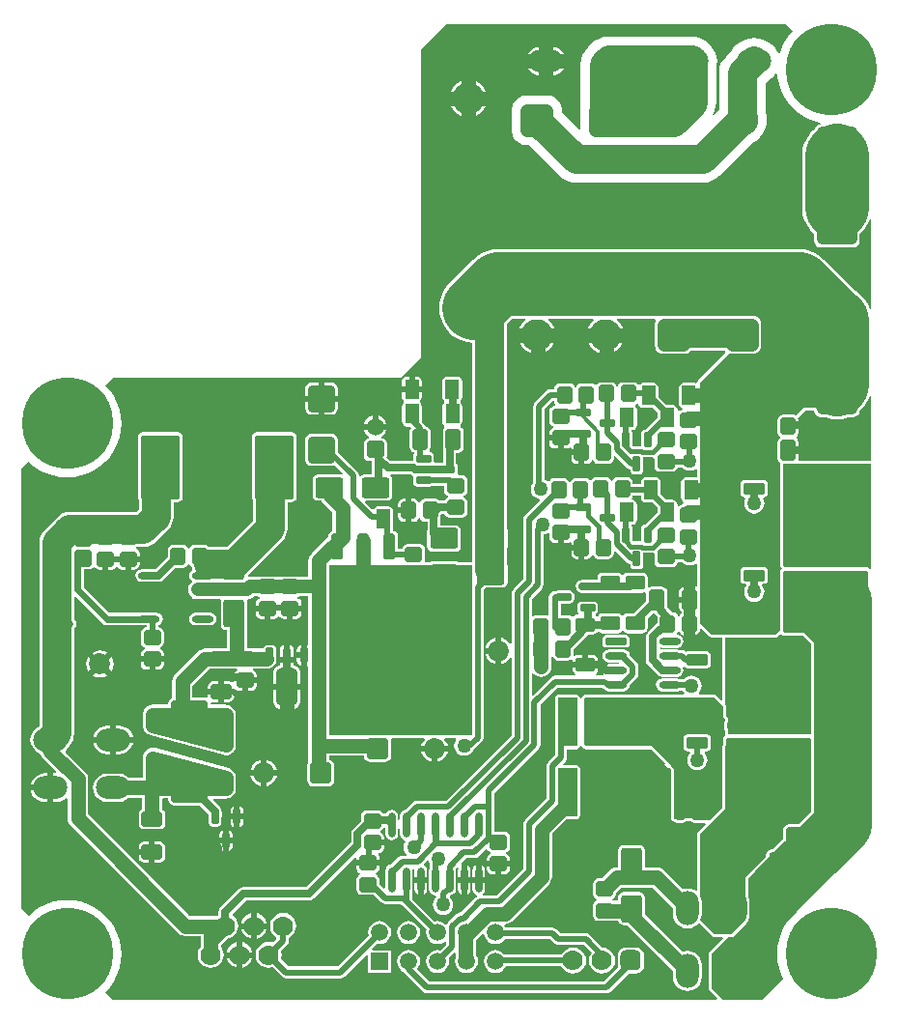
<source format=gtl>
%FSTAX23Y23*%
%MOIN*%
%SFA1B1*%

%IPPOS*%
%AMD10*
4,1,8,0.025600,-0.027800,0.025600,0.027800,0.017900,0.035400,-0.017900,0.035400,-0.025600,0.027800,-0.025600,-0.027800,-0.017900,-0.035400,0.017900,-0.035400,0.025600,-0.027800,0.0*
1,1,0.015360,0.017900,-0.027800*
1,1,0.015360,0.017900,0.027800*
1,1,0.015360,-0.017900,0.027800*
1,1,0.015360,-0.017900,-0.027800*
%
%AMD11*
4,1,8,-0.037400,0.015000,-0.037400,-0.015000,-0.033700,-0.018700,0.033700,-0.018700,0.037400,-0.015000,0.037400,0.015000,0.033700,0.018700,-0.033700,0.018700,-0.037400,0.015000,0.0*
1,1,0.007480,-0.033700,0.015000*
1,1,0.007480,-0.033700,-0.015000*
1,1,0.007480,0.033700,-0.015000*
1,1,0.007480,0.033700,0.015000*
%
%AMD12*
4,1,8,-0.145700,0.102900,-0.145700,-0.102900,-0.140300,-0.108300,0.140300,-0.108300,0.145700,-0.102900,0.145700,0.102900,0.140300,0.108300,-0.140300,0.108300,-0.145700,0.102900,0.0*
1,1,0.010820,-0.140300,0.102900*
1,1,0.010820,-0.140300,-0.102900*
1,1,0.010820,0.140300,-0.102900*
1,1,0.010820,0.140300,0.102900*
%
%AMD13*
4,1,8,-0.018700,-0.065000,0.018700,-0.065000,0.037400,-0.046300,0.037400,0.046300,0.018700,0.065000,-0.018700,0.065000,-0.037400,0.046300,-0.037400,-0.046300,-0.018700,-0.065000,0.0*
1,1,0.037400,-0.018700,-0.046300*
1,1,0.037400,0.018700,-0.046300*
1,1,0.037400,0.018700,0.046300*
1,1,0.037400,-0.018700,0.046300*
%
%AMD14*
4,1,8,-0.006900,-0.040400,0.006900,-0.040400,0.013800,-0.033500,0.013800,0.033500,0.006900,0.040400,-0.006900,0.040400,-0.013800,0.033500,-0.013800,-0.033500,-0.006900,-0.040400,0.0*
1,1,0.013780,-0.006900,-0.033500*
1,1,0.013780,0.006900,-0.033500*
1,1,0.013780,0.006900,0.033500*
1,1,0.013780,-0.006900,0.033500*
%
%AMD15*
4,1,8,-0.006900,-0.026600,0.006900,-0.026600,0.013800,-0.019700,0.013800,0.019700,0.006900,0.026600,-0.006900,0.026600,-0.013800,0.019700,-0.013800,-0.019700,-0.006900,-0.026600,0.0*
1,1,0.013780,-0.006900,-0.019700*
1,1,0.013780,0.006900,-0.019700*
1,1,0.013780,0.006900,0.019700*
1,1,0.013780,-0.006900,0.019700*
%
%AMD16*
4,1,8,-0.025600,0.008300,-0.025600,-0.008300,-0.022000,-0.011800,0.022000,-0.011800,0.025600,-0.008300,0.025600,0.008300,0.022000,0.011800,-0.022000,0.011800,-0.025600,0.008300,0.0*
1,1,0.007080,-0.022000,0.008300*
1,1,0.007080,-0.022000,-0.008300*
1,1,0.007080,0.022000,-0.008300*
1,1,0.007080,0.022000,0.008300*
%
%AMD17*
4,1,8,0.013800,0.045000,-0.013800,0.045000,-0.019700,0.039100,-0.019700,-0.039100,-0.013800,-0.045000,0.013800,-0.045000,0.019700,-0.039100,0.019700,0.039100,0.013800,0.045000,0.0*
1,1,0.011820,0.013800,0.039100*
1,1,0.011820,-0.013800,0.039100*
1,1,0.011820,-0.013800,-0.039100*
1,1,0.011820,0.013800,-0.039100*
%
%AMD18*
4,1,8,0.104700,0.147600,-0.104700,0.147600,-0.110200,0.142100,-0.110200,-0.142100,-0.104700,-0.147600,0.104700,-0.147600,0.110200,-0.142100,0.110200,0.142100,0.104700,0.147600,0.0*
1,1,0.011020,0.104700,0.142100*
1,1,0.011020,-0.104700,0.142100*
1,1,0.011020,-0.104700,-0.142100*
1,1,0.011020,0.104700,-0.142100*
%
%AMD19*
4,1,8,-0.037400,0.008300,-0.037400,-0.008300,-0.033900,-0.011800,0.033900,-0.011800,0.037400,-0.008300,0.037400,0.008300,0.033900,0.011800,-0.033900,0.011800,-0.037400,0.008300,0.0*
1,1,0.007080,-0.033900,0.008300*
1,1,0.007080,-0.033900,-0.008300*
1,1,0.007080,0.033900,-0.008300*
1,1,0.007080,0.033900,0.008300*
%
%AMD22*
4,1,8,0.026100,0.024600,-0.026100,0.024600,-0.033500,0.017200,-0.033500,-0.017200,-0.026100,-0.024600,0.026100,-0.024600,0.033500,-0.017200,0.033500,0.017200,0.026100,0.024600,0.0*
1,1,0.014760,0.026100,0.017200*
1,1,0.014760,-0.026100,0.017200*
1,1,0.014760,-0.026100,-0.017200*
1,1,0.014760,0.026100,-0.017200*
%
%AMD23*
4,1,8,-0.142000,-0.084100,0.142000,-0.084100,0.150400,-0.075600,0.150400,0.075600,0.142000,0.084100,-0.142000,0.084100,-0.150400,0.075600,-0.150400,-0.075600,-0.142000,-0.084100,0.0*
1,1,0.016820,-0.142000,-0.075600*
1,1,0.016820,0.142000,-0.075600*
1,1,0.016820,0.142000,0.075600*
1,1,0.016820,-0.142000,0.075600*
%
%AMD24*
4,1,8,-0.029400,-0.084100,0.029400,-0.084100,0.032700,-0.080800,0.032700,0.080800,0.029400,0.084100,-0.029400,0.084100,-0.032700,0.080800,-0.032700,-0.080800,-0.029400,-0.084100,0.0*
1,1,0.006540,-0.029400,-0.080800*
1,1,0.006540,0.029400,-0.080800*
1,1,0.006540,0.029400,0.080800*
1,1,0.006540,-0.029400,0.080800*
%
%AMD25*
4,1,8,0.052000,0.060000,-0.052000,0.060000,-0.064000,0.048000,-0.064000,-0.048000,-0.052000,-0.060000,0.052000,-0.060000,0.064000,-0.048000,0.064000,0.048000,0.052000,0.060000,0.0*
1,1,0.024000,0.052000,0.048000*
1,1,0.024000,-0.052000,0.048000*
1,1,0.024000,-0.052000,-0.048000*
1,1,0.024000,0.052000,-0.048000*
%
%AMD26*
4,1,8,0.067500,-0.103500,0.067500,0.103500,0.060700,0.110200,-0.060700,0.110200,-0.067500,0.103500,-0.067500,-0.103500,-0.060700,-0.110200,0.060700,-0.110200,0.067500,-0.103500,0.0*
1,1,0.013500,0.060700,-0.103500*
1,1,0.013500,0.060700,0.103500*
1,1,0.013500,-0.060700,0.103500*
1,1,0.013500,-0.060700,-0.103500*
%
%AMD27*
4,1,8,0.040200,0.035400,-0.040200,0.035400,-0.047200,0.028300,-0.047200,-0.028300,-0.040200,-0.035400,0.040200,-0.035400,0.047200,-0.028300,0.047200,0.028300,0.040200,0.035400,0.0*
1,1,0.014180,0.040200,0.028300*
1,1,0.014180,-0.040200,0.028300*
1,1,0.014180,-0.040200,-0.028300*
1,1,0.014180,0.040200,-0.028300*
%
%AMD28*
4,1,8,0.020800,0.029100,-0.020800,0.029100,-0.029500,0.020400,-0.029500,-0.020400,-0.020800,-0.029100,0.020800,-0.029100,0.029500,-0.020400,0.029500,0.020400,0.020800,0.029100,0.0*
1,1,0.017480,0.020800,0.020400*
1,1,0.017480,-0.020800,0.020400*
1,1,0.017480,-0.020800,-0.020400*
1,1,0.017480,0.020800,-0.020400*
%
%AMD29*
4,1,8,-0.021800,-0.025600,0.021800,-0.025600,0.029500,-0.017900,0.029500,0.017900,0.021800,0.025600,-0.021800,0.025600,-0.029500,0.017900,-0.029500,-0.017900,-0.021800,-0.025600,0.0*
1,1,0.015360,-0.021800,-0.017900*
1,1,0.015360,0.021800,-0.017900*
1,1,0.015360,0.021800,0.017900*
1,1,0.015360,-0.021800,0.017900*
%
%AMD30*
4,1,8,0.025600,-0.021800,0.025600,0.021800,0.017900,0.029500,-0.017900,0.029500,-0.025600,0.021800,-0.025600,-0.021800,-0.017900,-0.029500,0.017900,-0.029500,0.025600,-0.021800,0.0*
1,1,0.015360,0.017900,-0.021800*
1,1,0.015360,0.017900,0.021800*
1,1,0.015360,-0.017900,0.021800*
1,1,0.015360,-0.017900,-0.021800*
%
%AMD31*
4,1,8,0.008300,0.025600,-0.008300,0.025600,-0.011800,0.022000,-0.011800,-0.022000,-0.008300,-0.025600,0.008300,-0.025600,0.011800,-0.022000,0.011800,0.022000,0.008300,0.025600,0.0*
1,1,0.007080,0.008300,0.022000*
1,1,0.007080,-0.008300,0.022000*
1,1,0.007080,-0.008300,-0.022000*
1,1,0.007080,0.008300,-0.022000*
%
%AMD32*
4,1,8,0.024600,-0.026100,0.024600,0.026100,0.017200,0.033500,-0.017200,0.033500,-0.024600,0.026100,-0.024600,-0.026100,-0.017200,-0.033500,0.017200,-0.033500,0.024600,-0.026100,0.0*
1,1,0.014760,0.017200,-0.026100*
1,1,0.014760,0.017200,0.026100*
1,1,0.014760,-0.017200,0.026100*
1,1,0.014760,-0.017200,-0.026100*
%
%AMD33*
4,1,8,-0.035400,0.040200,-0.035400,-0.040200,-0.028300,-0.047200,0.028300,-0.047200,0.035400,-0.040200,0.035400,0.040200,0.028300,0.047200,-0.028300,0.047200,-0.035400,0.040200,0.0*
1,1,0.014180,-0.028300,0.040200*
1,1,0.014180,-0.028300,-0.040200*
1,1,0.014180,0.028300,-0.040200*
1,1,0.014180,0.028300,0.040200*
%
%AMD34*
4,1,8,0.027800,0.025600,-0.027800,0.025600,-0.035400,0.017900,-0.035400,-0.017900,-0.027800,-0.025600,0.027800,-0.025600,0.035400,-0.017900,0.035400,0.017900,0.027800,0.025600,0.0*
1,1,0.015360,0.027800,0.017900*
1,1,0.015360,-0.027800,0.017900*
1,1,0.015360,-0.027800,-0.017900*
1,1,0.015360,0.027800,-0.017900*
%
%AMD35*
4,1,8,0.045300,-0.036200,0.045300,0.036200,0.036200,0.045300,-0.036200,0.045300,-0.045300,0.036200,-0.045300,-0.036200,-0.036200,-0.045300,0.036200,-0.045300,0.045300,-0.036200,0.0*
1,1,0.018120,0.036200,-0.036200*
1,1,0.018120,0.036200,0.036200*
1,1,0.018120,-0.036200,0.036200*
1,1,0.018120,-0.036200,-0.036200*
%
%AMD59*
4,1,8,0.068900,-0.055100,0.068900,0.055100,0.055100,0.068900,-0.055100,0.068900,-0.068900,0.055100,-0.068900,-0.055100,-0.055100,-0.068900,0.055100,-0.068900,0.068900,-0.055100,0.0*
1,1,0.027560,0.055100,-0.055100*
1,1,0.027560,0.055100,0.055100*
1,1,0.027560,-0.055100,0.055100*
1,1,0.027560,-0.055100,-0.055100*
%
%AMD60*
4,1,8,-0.029500,0.020700,-0.029500,-0.020700,-0.020700,-0.029500,0.020700,-0.029500,0.029500,-0.020700,0.029500,0.020700,0.020700,0.029500,-0.020700,0.029500,-0.029500,0.020700,0.0*
1,1,0.017720,-0.020700,0.020700*
1,1,0.017720,-0.020700,-0.020700*
1,1,0.017720,0.020700,-0.020700*
1,1,0.017720,0.020700,0.020700*
%
%AMD62*
4,1,8,0.025500,0.036400,-0.025500,0.036400,-0.036400,0.025500,-0.036400,-0.025500,-0.025500,-0.036400,0.025500,-0.036400,0.036400,-0.025500,0.036400,0.025500,0.025500,0.036400,0.0*
1,1,0.021860,0.025500,0.025500*
1,1,0.021860,-0.025500,0.025500*
1,1,0.021860,-0.025500,-0.025500*
1,1,0.021860,0.025500,-0.025500*
%
%AMD65*
4,1,8,0.055100,-0.038600,0.055100,0.038600,0.038600,0.055100,-0.038600,0.055100,-0.055100,0.038600,-0.055100,-0.038600,-0.038600,-0.055100,0.038600,-0.055100,0.055100,-0.038600,0.0*
1,1,0.033080,0.038600,-0.038600*
1,1,0.033080,0.038600,0.038600*
1,1,0.033080,-0.038600,0.038600*
1,1,0.033080,-0.038600,-0.038600*
%
%AMD66*
4,1,8,-0.017500,-0.035000,0.017500,-0.035000,0.035000,-0.017500,0.035000,0.017500,0.017500,0.035000,-0.017500,0.035000,-0.035000,0.017500,-0.035000,-0.017500,-0.017500,-0.035000,0.0*
1,1,0.035000,-0.017500,-0.017500*
1,1,0.035000,0.017500,-0.017500*
1,1,0.035000,0.017500,0.017500*
1,1,0.035000,-0.017500,0.017500*
%
%AMD70*
4,1,8,0.043800,0.007700,0.007700,0.043800,-0.007700,0.043800,-0.043800,0.007700,-0.043800,-0.007700,-0.007700,-0.043800,0.007700,-0.043800,0.043800,-0.007700,0.043800,0.007700,0.0*
1,1,0.021860,0.036100,0.000000*
1,1,0.021860,0.000000,0.036100*
1,1,0.021860,-0.036100,0.000000*
1,1,0.021860,0.000000,-0.036100*
%
G04~CAMADD=10~8~0.0~0.0~708.7~511.8~76.8~0.0~15~0.0~0.0~0.0~0.0~0~0.0~0.0~0.0~0.0~0~0.0~0.0~0.0~270.0~512.0~708.0*
%ADD10D10*%
G04~CAMADD=11~8~0.0~0.0~374.0~748.0~37.4~0.0~15~0.0~0.0~0.0~0.0~0~0.0~0.0~0.0~0.0~0~0.0~0.0~0.0~90.0~748.0~374.0*
%ADD11D11*%
G04~CAMADD=12~8~0.0~0.0~2165.4~2913.4~54.1~0.0~15~0.0~0.0~0.0~0.0~0~0.0~0.0~0.0~0.0~0~0.0~0.0~0.0~90.0~2914.0~2166.0*
%ADD12D12*%
G04~CAMADD=13~8~0.0~0.0~748.0~1299.2~187.0~0.0~15~0.0~0.0~0.0~0.0~0~0.0~0.0~0.0~0.0~0~0.0~0.0~0.0~180.0~749.0~1300.0*
%ADD13D13*%
G04~CAMADD=14~8~0.0~0.0~275.6~808.7~68.9~0.0~15~0.0~0.0~0.0~0.0~0~0.0~0.0~0.0~0.0~0~0.0~0.0~0.0~180.0~276.0~809.0*
%ADD14D14*%
G04~CAMADD=15~8~0.0~0.0~275.6~531.5~68.9~0.0~15~0.0~0.0~0.0~0.0~0~0.0~0.0~0.0~0.0~0~0.0~0.0~0.0~180.0~276.0~532.0*
%ADD15D15*%
G04~CAMADD=16~8~0.0~0.0~236.2~511.8~35.4~0.0~15~0.0~0.0~0.0~0.0~0~0.0~0.0~0.0~0.0~0~0.0~0.0~0.0~90.0~512.0~236.0*
%ADD16D16*%
G04~CAMADD=17~8~0.0~0.0~393.7~900.0~59.1~0.0~15~0.0~0.0~0.0~0.0~0~0.0~0.0~0.0~0.0~0~0.0~0.0~0.0~0.0~393.7~900.0*
%ADD17D17*%
G04~CAMADD=18~8~0.0~0.0~2204.7~2952.8~55.1~0.0~15~0.0~0.0~0.0~0.0~0~0.0~0.0~0.0~0.0~0~0.0~0.0~0.0~0.0~2204.7~2952.8*
%ADD18D18*%
G04~CAMADD=19~8~0.0~0.0~236.2~748.0~35.4~0.0~15~0.0~0.0~0.0~0.0~0~0.0~0.0~0.0~0.0~0~0.0~0.0~0.0~90.0~748.0~236.0*
%ADD19D19*%
%ADD20O,0.074800X0.023620*%
%ADD21O,0.023620X0.086610*%
G04~CAMADD=22~8~0.0~0.0~669.3~492.1~73.8~0.0~15~0.0~0.0~0.0~0.0~0~0.0~0.0~0.0~0.0~0~0.0~0.0~0.0~0.0~669.3~492.1*
%ADD22D22*%
G04~CAMADD=23~8~0.0~0.0~3007.9~1681.1~84.1~0.0~15~0.0~0.0~0.0~0.0~0~0.0~0.0~0.0~0.0~0~0.0~0.0~0.0~180.0~3008.0~1681.0*
%ADD23D23*%
G04~CAMADD=24~8~0.0~0.0~653.5~1681.1~32.7~0.0~15~0.0~0.0~0.0~0.0~0~0.0~0.0~0.0~0.0~0~0.0~0.0~0.0~180.0~654.0~1682.0*
%ADD24D24*%
G04~CAMADD=25~8~0.0~0.0~1279.5~1200.0~120.0~0.0~15~0.0~0.0~0.0~0.0~0~0.0~0.0~0.0~0.0~0~0.0~0.0~0.0~0.0~1279.5~1200.0*
%ADD25D25*%
G04~CAMADD=26~8~0.0~0.0~2204.7~1350.0~67.5~0.0~15~0.0~0.0~0.0~0.0~0~0.0~0.0~0.0~0.0~0~0.0~0.0~0.0~270.0~1350.0~2204.0*
%ADD26D26*%
G04~CAMADD=27~8~0.0~0.0~944.9~708.7~70.9~0.0~15~0.0~0.0~0.0~0.0~0~0.0~0.0~0.0~0.0~0~0.0~0.0~0.0~0.0~944.9~708.7*
%ADD27D27*%
G04~CAMADD=28~8~0.0~0.0~590.6~582.7~87.4~0.0~15~0.0~0.0~0.0~0.0~0~0.0~0.0~0.0~0.0~0~0.0~0.0~0.0~0.0~590.6~582.7*
%ADD28D28*%
G04~CAMADD=29~8~0.0~0.0~590.6~511.8~76.8~0.0~15~0.0~0.0~0.0~0.0~0~0.0~0.0~0.0~0.0~0~0.0~0.0~0.0~180.0~591.0~512.0*
%ADD29D29*%
G04~CAMADD=30~8~0.0~0.0~590.6~511.8~76.8~0.0~15~0.0~0.0~0.0~0.0~0~0.0~0.0~0.0~0.0~0~0.0~0.0~0.0~270.0~512.0~590.0*
%ADD30D30*%
G04~CAMADD=31~8~0.0~0.0~236.2~511.8~35.4~0.0~15~0.0~0.0~0.0~0.0~0~0.0~0.0~0.0~0.0~0~0.0~0.0~0.0~0.0~236.2~511.8*
%ADD31D31*%
G04~CAMADD=32~8~0.0~0.0~669.3~492.1~73.8~0.0~15~0.0~0.0~0.0~0.0~0~0.0~0.0~0.0~0.0~0~0.0~0.0~0.0~270.0~492.0~670.0*
%ADD32D32*%
G04~CAMADD=33~8~0.0~0.0~944.9~708.7~70.9~0.0~15~0.0~0.0~0.0~0.0~0~0.0~0.0~0.0~0.0~0~0.0~0.0~0.0~90.0~708.0~944.0*
%ADD33D33*%
G04~CAMADD=34~8~0.0~0.0~708.7~511.8~76.8~0.0~15~0.0~0.0~0.0~0.0~0~0.0~0.0~0.0~0.0~0~0.0~0.0~0.0~0.0~708.7~511.8*
%ADD34D34*%
G04~CAMADD=35~8~0.0~0.0~905.5~905.5~90.6~0.0~15~0.0~0.0~0.0~0.0~0~0.0~0.0~0.0~0.0~0~0.0~0.0~0.0~270.0~906.0~906.0*
%ADD35D35*%
%ADD36C,0.020000*%
%ADD37C,0.014000*%
%ADD38C,0.025000*%
%ADD39C,0.050000*%
%ADD40C,0.100000*%
%ADD41C,0.110240*%
%ADD42C,0.023000*%
%ADD43C,0.046000*%
%ADD44C,0.015000*%
%ADD45C,0.200000*%
%ADD46C,0.040000*%
%ADD47C,0.220000*%
%ADD48C,0.012000*%
%ADD49C,0.160000*%
%ADD50R,0.246060X0.167320*%
%ADD51R,0.275590X0.029530*%
%ADD52R,0.494090X0.587010*%
%ADD53R,0.107000X0.103000*%
%ADD54R,0.121940X0.045280*%
%ADD55O,0.118110X0.078740*%
%ADD56C,0.070000*%
%ADD57C,0.125200*%
%ADD58O,0.078740X0.118110*%
G04~CAMADD=59~8~0.0~0.0~1378.0~1378.0~137.8~0.0~15~0.0~0.0~0.0~0.0~0~0.0~0.0~0.0~0.0~0~0.0~0.0~0.0~270.0~1378.0~1378.0*
%ADD59D59*%
G04~CAMADD=60~8~0.0~0.0~590.6~590.6~88.6~0.0~15~0.0~0.0~0.0~0.0~0~0.0~0.0~0.0~0.0~0~0.0~0.0~0.0~90.0~590.0~590.0*
%ADD60D60*%
%ADD61C,0.059060*%
G04~CAMADD=62~8~0.0~0.0~728.4~728.4~109.3~0.0~15~0.0~0.0~0.0~0.0~0~0.0~0.0~0.0~0.0~0~0.0~0.0~0.0~0.0~728.4~728.4*
%ADD62D62*%
%ADD63C,0.072840*%
%ADD64C,0.110240*%
G04~CAMADD=65~8~0.0~0.0~1102.4~1102.4~165.4~0.0~15~0.0~0.0~0.0~0.0~0~0.0~0.0~0.0~0.0~0~0.0~0.0~0.0~270.0~1102.0~1102.0*
%ADD65D65*%
G04~CAMADD=66~8~0.0~0.0~700.0~700.0~175.0~0.0~15~0.0~0.0~0.0~0.0~0~0.0~0.0~0.0~0.0~0~0.0~0.0~0.0~180.0~700.0~700.0*
%ADD66D66*%
%ADD67R,0.059060X0.059060*%
%ADD68C,0.059060*%
%ADD69C,0.314000*%
G04~CAMADD=70~8~0.0~0.0~728.4~728.4~109.3~0.0~15~0.0~0.0~0.0~0.0~0~0.0~0.0~0.0~0.0~0~0.0~0.0~0.0~315.0~940.0~939.0*
%ADD70D70*%
%ADD71C,0.050000*%
%LNunisolder52_back-1*%
%LPD*%
G36*
X06094Y04449D02*
X06095Y04442D01*
X06099Y04436*
X06104Y04433*
X06111Y04431*
X06134*
X06152Y04413*
Y04397*
X0611Y04355*
X06109*
X06104Y04354*
X061Y04351*
X06097Y04347*
X06096Y04341*
Y04297*
X06096Y04297*
X06067*
X06065Y043*
Y04341*
X06064Y04347*
X06063Y04348*
Y04354*
X06064*
X06071Y04355*
X06076Y04359*
X0608Y04364*
X06082Y04371*
Y04423*
X0608Y0443*
X06076Y04436*
X06071Y04439*
X06065Y04441*
X06064Y04441*
X06064Y04442*
X06063Y04446*
X06065Y0445*
X06066Y04455*
X06094*
Y04449*
G37*
G36*
X06681Y03574D02*
Y03364D01*
X06638Y03322*
X06605*
X06598Y0332*
X06592Y03316*
X06588Y03311*
X06587Y03304*
Y03271*
X0655Y03234*
X06544*
X06537Y03233*
X06532Y03229*
X06528Y03223*
X06527Y03217*
Y0321*
X06489Y03173*
X06485Y03168*
X06456Y03139*
Y02992*
X06407Y02942*
X06348*
X063Y0299*
X06303Y02998*
X06305Y03011*
Y03051*
X06303Y03064*
X06299Y03075*
Y03287*
X06377Y03366*
X06387Y03375*
Y03592*
X06663*
X06681Y03574*
G37*
G36*
X06732Y04803D02*
Y04763D01*
X06728Y04759*
X06659*
X0663Y04731*
X06628Y04733*
X06621Y04734*
X06585*
X06578Y04733*
X06572Y04729*
X06568Y04723*
X06567Y04716*
Y04673*
X06568Y04666*
X06572Y0466*
X06574Y04659*
Y04652*
X06572Y04651*
X06568Y04645*
X06567Y04638*
Y04583*
X06568Y04576*
X06572Y0457*
X06574Y04569*
Y04212*
X06581Y04206*
X06581Y04204*
X06577Y04199*
X06576Y04193*
Y03992*
X06575Y03987*
X06572Y03987*
X06572Y03986*
X06572Y03986*
X0657Y03985*
X06569Y03985*
X06569Y03984*
X06568Y03984*
X0656Y03976*
X06387*
X06386Y03976*
X06338*
X06299Y04015*
Y04066*
X06299Y04068*
Y04124*
X06299Y04125*
Y04294*
X06299Y04296*
Y04331*
X06299Y04333*
Y04622*
X06299Y04623*
Y04659*
X06299Y04661*
Y04845*
X06399Y04945*
X06406Y04944*
X06483*
X0649Y04945*
X06496Y04948*
X06502Y04952*
X06506Y04958*
X06509Y04964*
X0651Y04971*
Y05048*
X06509Y05055*
X06506Y05061*
X06502Y05067*
X06496Y05071*
X0649Y05074*
X06483Y05075*
X06455*
Y05121*
X06732*
Y04803*
G37*
G36*
X05828Y04291D02*
X0584D01*
X05847Y04293*
X05849Y04294*
X05854Y04291*
Y04286*
X0589*
Y04276*
X059*
Y04236*
X05908*
X05915Y04238*
X05921Y04241*
X05925Y04247*
X05925Y04249*
X0593*
X05931Y04247*
X05935Y04242*
X0594Y04238*
X05947Y04236*
X05983*
X0599Y04238*
X05996Y04242*
X05999Y04247*
X06001Y04254*
Y04263*
X06005Y04265*
X06048Y04222*
X06054Y04218*
X06058Y04217*
Y04215*
X06059Y04209*
X06062Y04205*
X06067Y04202*
X06072Y04201*
X06088*
X06094Y04202*
X06098Y04205*
X06101Y04209*
X06102Y04215*
Y04259*
X06102Y04259*
X06135*
X06137Y04259*
X06142Y04255*
Y04227*
X06143Y0422*
X06147Y04214*
X06153Y0421*
X0616Y04209*
X06203*
X0621Y0421*
X06216Y04214*
X0622Y0422*
X06221Y04224*
X06239*
X06246Y04219*
X06254Y04216*
X06263Y04214*
X06272Y04216*
X06281Y04219*
X06284Y04221*
X06289Y04219*
Y04145*
X06284Y04141*
X06281Y04142*
X06273*
Y04096*
X06263*
Y04086*
X06227*
Y04068*
X06229Y04061*
X06233Y04055*
X06234Y04055*
Y04048*
X06232Y04047*
X06228Y04041*
X06227Y04039*
X06222*
X06222Y04041*
X06218Y04047*
X06212Y04051*
X06205Y04052*
X06204*
X06204Y04052*
X06185Y04071*
Y04124*
X06184Y04131*
X0618Y04136*
X06174Y0414*
X06167Y04142*
X06131*
X06124Y0414*
X06123Y04139*
X06118Y04142*
Y04171*
X06117Y04178*
X06113Y04184*
X06107Y04187*
X061Y04189*
X06048*
X06042Y04187*
X06036Y04184*
X06035Y04182*
X06028*
X06027Y04184*
X06021Y04187*
X06015Y04189*
X05963*
X05956Y04187*
X0595Y04184*
X05946Y04178*
X05945Y04171*
Y04165*
X05892*
X05883Y04163*
X05876Y04158*
X05871Y04151*
X05869Y04142*
X05871Y04134*
X05876Y04126*
X05883Y04121*
X05892Y04119*
X05962*
X05963Y04119*
X06015*
X06016Y04119*
X06047*
X06048Y04119*
X061*
X06107Y04121*
X06108Y04121*
X06113Y04119*
Y04092*
X0607Y04049*
X06048*
X06042Y04048*
X06036Y04044*
X06035Y04042*
X06028*
X06027Y04044*
X06021Y04048*
X06015Y04049*
X05963*
X05956Y04048*
X0595Y04044*
X05948Y0404*
X05942Y04039*
X05942Y0404*
X05942Y0404*
X05939Y04042*
X05939Y04043*
X05939Y04047*
X05943Y04049*
X05946Y04054*
X05947Y04059*
Y04076*
X05946Y04081*
X05943Y04085*
X05938Y04088*
X05933Y04089*
X05889*
X05884Y04088*
X05879Y04085*
X05876Y04081*
X05875Y04076*
Y04059*
X05876Y04054*
X05879Y0405*
X05878Y04047*
X05878Y04046*
X05877Y04045*
X0587Y04044*
X05865Y0404*
X05863Y04037*
X05857Y04037*
X05856Y04038*
X0585Y04042*
X05843Y04043*
X05818*
Y04083*
X0585*
X05856Y04084*
X0586Y04087*
X05863Y04091*
X05864Y04097*
Y04113*
X05863Y04118*
X0586Y04123*
X05856Y04126*
X0585Y04127*
X05806*
X05801Y04126*
X05799Y04125*
X05798Y04125*
X0579Y04124*
X05783Y04119*
X05779Y04113*
X05777Y04105*
Y04046*
X05772Y04042*
X05768Y04043*
X05733*
X05726Y04042*
X05723Y0404*
X05718Y04043*
Y04098*
X05753Y04133*
X05757Y0414*
X05759Y04147*
Y04321*
X05763Y04321*
X05771Y04325*
X05774Y04327*
X05779Y04324*
Y04309*
X0578Y04302*
X05784Y04297*
X0579Y04293*
X05797Y04291*
X05808*
Y04327*
X05828*
Y04291*
G37*
G36*
X05794Y04781D02*
X05796Y0478D01*
X05797Y04774*
X058Y0477*
X05798Y04765*
X05797*
X0579Y04763*
X05784Y04759*
X0578Y04754*
X05779Y04747*
Y04711*
X0578Y04704*
X05784Y04698*
X0579Y04694*
X05792Y04694*
Y04689*
X0579Y04689*
X05784Y04685*
X0578Y04679*
X05779Y04672*
Y04664*
X05818*
Y04654*
X05828*
Y04618*
X0584*
X05847Y04619*
X05849Y04621*
X05854Y04618*
Y04614*
X0589*
Y04604*
X059*
Y04564*
X05908*
X05915Y04565*
X05921Y04569*
X05925Y04575*
X05925Y04577*
X0593*
X05931Y04575*
X05935Y04569*
X0594Y04565*
X05947Y04564*
X05983*
X0599Y04565*
X05996Y04569*
X05999Y04575*
X06001Y04582*
Y04591*
X06005Y04593*
X06048Y0455*
X06054Y04546*
X06058Y04545*
Y04542*
X06059Y04537*
X06062Y04533*
X06067Y0453*
X06072Y04529*
X06088*
X06094Y0453*
X06098Y04533*
X06101Y04537*
X06102Y04542*
Y04587*
X06102Y04587*
X06135*
X06137Y04587*
X06142Y04583*
Y04554*
X06143Y04548*
X06147Y04542*
X06153Y04538*
X0616Y04537*
X06203*
X0621Y04538*
X06216Y04542*
X0622Y04548*
X06221Y04552*
X06238*
X06238Y04551*
X06246Y04546*
X06254Y04542*
X06263Y04541*
X06272Y04542*
X06281Y04546*
X06284Y04548*
X06289Y04546*
Y04521*
X06285Y04519*
X06251*
X06244Y04517*
X06239Y04513*
X06235Y04508*
X06233Y04501*
Y04478*
X06233Y04475*
X06233Y04472*
Y04449*
X06235Y04442*
X06239Y04436*
X06243Y04433*
X06243Y04429*
X06243Y04428*
X06242Y04428*
X06237Y04424*
X06231Y04423*
X06226Y0442*
X06221Y04422*
Y04423*
X0622Y0443*
X06216Y04436*
X0621Y04439*
X06204Y04441*
X06181*
X06163Y04459*
Y04501*
X06162Y04508*
X06158Y04513*
X06152Y04517*
X06146Y04519*
X06111*
X06104Y04517*
X06099Y04513*
X06095Y04508*
X06094Y04501*
Y04495*
X06067*
Y04501*
X06065Y04508*
X06062Y04513*
X06056Y04517*
X06049Y04519*
X06013*
X06006Y04517*
X06Y04513*
X05997Y04508*
X05996Y04505*
X05991*
X05991Y04508*
X05987Y04513*
X05981Y04517*
X05974Y04519*
X05938*
X05931Y04517*
X05926Y04513*
X05923Y0451*
X05917Y04509*
X05917Y0451*
X05911Y04514*
X05904Y04516*
X05868*
X05862Y04514*
X05856Y0451*
X05852Y04505*
X05851Y04502*
X05846*
X05846Y04505*
X05842Y0451*
X05836Y04514*
X05829Y04516*
X05794*
X05787Y04514*
X05781Y0451*
X05778Y04506*
X05778Y04506*
X05773Y04505*
X05772Y04505*
X05767Y04508*
X05763Y0451*
Y04754*
X0579Y04781*
X05794Y04781*
G37*
G36*
X06889Y04798D02*
Y04576D01*
X06641*
X06638Y0458*
X06639Y04583*
Y04601*
X06603*
Y04621*
X06639*
Y04638*
X06637Y04645*
X06634Y04651*
X06632Y04653*
Y04659*
X06634Y0466*
X06637Y04666*
X06639Y04673*
Y04684*
X06603*
Y04704*
X06639*
Y04716*
X06637Y04723*
X06637Y04723*
X06638Y04724*
X06663Y04749*
X06692*
X06692Y04749*
X06694Y0474*
X06699Y04733*
X06707Y04727*
X06716Y04726*
X06731*
X06734Y04725*
X06752Y0472*
X06771Y04719*
X0679Y0472*
X06808Y04725*
X06811Y04726*
X06826*
X06835Y04727*
X06843Y04733*
X06849Y0474*
X0685Y04749*
X06856Y04754*
X06868Y04768*
X06878Y04784*
X06884Y04799*
X06889Y04798*
G37*
G36*
X06153Y04039D02*
X06152Y04034D01*
Y04017*
X06118Y03983*
X06113Y03976*
X06112Y03967*
Y03889*
X06113Y0388*
X06118Y03872*
X06152Y03839*
X06153Y03837*
X0616Y03832*
X06161Y03832*
X06162Y03831*
X0617Y0383*
X06194*
X06198Y0383*
X0622*
X06228Y03832*
X06236Y03837*
X0624Y03844*
X06242Y03852*
X0624Y03861*
X0624Y03862*
X06243Y03866*
X06244Y03866*
X06245Y03864*
X0625Y03861*
X06255Y0386*
X06323*
X06328Y03861*
X06332Y03864*
X06335Y03868*
X06336Y03874*
Y03903*
X06335Y03909*
X06332Y03913*
X06328Y03916*
X06323Y03917*
X06255*
X0625Y03916*
X06249Y03916*
X06249Y03917*
X06242Y03921*
X06234Y03923*
X06229*
X06228Y03923*
X0622Y03925*
X06169*
X06165Y03924*
X0616Y03927*
Y03928*
X06165Y03931*
X06169Y0393*
X0622*
X06228Y03932*
X06236Y03937*
X0624Y03944*
X06242Y03952*
X0624Y03961*
X06236Y03968*
X06228Y03973*
X06221Y03974*
X06221Y03975*
X06219Y03978*
X06219Y0398*
X06222Y03984*
X06222Y03985*
X06227*
X06228Y03984*
X06232Y03978*
X06237Y03974*
X06244Y03972*
X06252*
Y04012*
X06272*
Y03972*
X0628*
X06287Y03974*
X06293Y03978*
X06297Y03984*
X06298Y0399*
Y03995*
X06303Y03997*
X06331Y03969*
X06334Y03967*
X06338Y03966*
X06377*
Y03751*
X06373Y03749*
X06355Y03766*
X06352Y03769*
X06348Y03769*
X06296*
X06295Y0377*
X06294Y03774*
X063Y03781*
X06303Y0379*
X06304Y03799*
X06303Y03808*
X063Y03816*
X06294Y03824*
X06287Y03829*
X06278Y03833*
X06269Y03834*
X0626Y03833*
X06252Y03829*
X06244Y03824*
X06244Y03823*
X06229*
X06228Y03823*
X0622Y03825*
X06169*
X0616Y03823*
X06153Y03818*
X06148Y03811*
X06147Y03802*
X06148Y03794*
X06153Y03787*
X0616Y03782*
X06169Y0378*
X0622*
X06228Y03782*
X06229Y03782*
X06238*
X06239Y03781*
X06244Y03774*
X06243Y0377*
X06243Y03769*
X06122*
X06118Y03769*
X06117Y03768*
X05906*
X05899Y03767*
X05893Y03763*
X05889Y03757*
X05889Y03756*
X05884Y03757*
X05883Y0376*
X0588Y03764*
X05876Y03767*
X05871Y03768*
X05812*
X05807Y03767*
X05803Y03764*
X058Y0376*
X05799Y03755*
Y03593*
X05799Y03592*
Y03561*
X05774Y03536*
X0577Y03529*
X05768Y03522*
Y03411*
X05694Y03336*
X05689Y0333*
X05688Y03322*
Y03167*
X05597Y03076*
X0555*
X05549Y03081*
X0555Y03082*
X05555Y03089*
X05557Y03098*
Y03119*
X05534*
Y03129*
X05524*
Y0318*
X05519Y03177*
X05514Y03169*
X05512Y03161*
Y03098*
X05514Y03089*
X05519Y03082*
X05526Y03077*
X05527Y03077*
X05528Y03072*
X05526Y0307*
X05472Y03017*
X05472*
X05464Y03015*
X05457Y03011*
X05428Y02981*
X05425Y02977*
X05424Y02976*
X0542Y02976*
X05419Y02976*
X05412Y02981*
X05402Y02985*
X05392Y02987*
X05382Y02985*
X05305Y03063*
Y03089*
X05305Y03089*
X05306Y03098*
Y03161*
X05306Y03165*
X05309Y0317*
X05313Y03165*
X05312Y03161*
Y03139*
X05357*
Y03161*
X05355Y03169*
X0535Y03177*
X05346Y03179*
X05346Y03186*
X05358Y03198*
X05363Y03196*
X05363Y03193*
X05364Y0319*
X05364Y03189*
Y0317*
X05364Y03169*
X05362Y03161*
Y03098*
X05364Y03089*
X05369Y03082*
X05376Y03078*
X05384Y03076*
X05388Y03072*
X05388Y0307*
X05387Y03069*
X05381Y03061*
X05378Y03053*
X05377Y03044*
X05378Y03035*
X05381Y03026*
X05387Y03019*
X05394Y03013*
X05403Y0301*
X05412Y03009*
X05421Y0301*
X05429Y03013*
X05437Y03019*
X05442Y03026*
X05446Y03035*
X05447Y03044*
X05446Y03053*
X05442Y03061*
X05437Y03069*
X05436Y03069*
X05436Y03076*
X05436Y03076*
X05443Y03078*
X0545Y03082*
X05455Y03089*
X05456Y03098*
Y03161*
X05455Y03168*
X0546Y03172*
X05464Y0317*
X05464Y03169*
X05462Y03161*
Y03139*
X05474*
Y03184*
X05473Y03186*
X05491Y03204*
X0552*
X05528Y03205*
X05535Y0321*
X0556Y03235*
X05565Y03233*
X05568Y03229*
X05574Y03225*
X05576Y03225*
Y03219*
X05574Y03219*
X05568Y03215*
X05564Y03209*
X05563Y03202*
Y03195*
X05643*
Y03202*
X05641Y03209*
X05637Y03215*
X05632Y03219*
X0563Y03219*
Y03225*
X05632Y03225*
X05637Y03229*
X05641Y03235*
X05643Y03241*
Y03277*
X05641Y03284*
X05637Y0329*
X05632Y03294*
X05625Y03295*
X05589*
Y03429*
X05742Y03581*
X05746Y03588*
X05748Y03596*
Y03734*
X05807Y03793*
X05962*
X05967Y03788*
X05968Y03787*
X05968Y03787*
X05975Y03782*
X05984Y0378*
X06035*
X06043Y03782*
X06051Y03787*
X06055Y03794*
X06057Y03801*
X06081Y03825*
X06085Y03832*
X06087Y03839*
Y03866*
X06085Y03873*
X06081Y0388*
X06057Y03904*
X06055Y03911*
X06051Y03918*
X06043Y03923*
X06035Y03925*
X05984*
X05975Y03923*
X05968Y03918*
X05963Y03911*
X05962Y03902*
X05963Y03894*
X05968Y03887*
X05975Y03882*
X05984Y0388*
X06019*
X0602Y0388*
X06017Y03875*
X05984*
X05975Y03873*
X05968Y03868*
X05964Y03862*
X06009*
Y03842*
X05964*
X05967Y03839*
X05964Y03834*
X0594*
X05938Y03839*
X05942Y03841*
X05946Y03847*
X05947Y03853*
Y03861*
X05859*
Y03853*
X05861Y03847*
X05864Y03841*
X05868Y03839*
X05866Y03834*
X05799*
X05791Y03832*
X05784Y03828*
X05723Y03766*
X05718Y03768*
Y03842*
X05723Y03843*
X05726Y0384*
X05733Y03834*
X05741Y03831*
X0575Y0383*
X0576Y03831*
X05768Y03834*
X05775Y0384*
X05781Y03847*
X05784Y03856*
X05786Y03865*
Y03898*
X05791Y03898*
X05791Y03897*
X05795Y03891*
X05801Y03887*
X05807Y03886*
X05843*
X0585Y03887*
X05855Y0389*
X05859Y03888*
X05859Y03888*
X05859Y03888*
Y03881*
X05893*
Y03906*
X05877*
X0587Y03904*
X05866Y03901*
X05861Y03903*
X05861Y03904*
X05861Y03904*
Y03924*
X05912Y03976*
X05929*
X05936Y03977*
X05942Y03981*
X05945Y03986*
X0595*
X0595Y03985*
X05956Y03981*
X05963Y03979*
X06015*
X06021Y03981*
X06027Y03985*
X06028Y03987*
X06035*
X06036Y03985*
X06042Y03981*
X06048Y03979*
X061*
X06107Y03981*
X06113Y03985*
X06117Y0399*
X06118Y03997*
Y04031*
X06118Y04032*
X06136Y0405*
X06141*
X06153Y04039*
G37*
G36*
X06379Y03728D02*
Y03696D01*
X0638Y0369*
X06384Y03685*
X06385Y03684*
X06386Y03678*
X06383Y0367*
X06382Y03661*
X06383Y03652*
X06386Y03643*
X06387Y03642*
Y03629*
X06384Y03626*
X0638Y03621*
X06379Y03615*
Y03598*
X06378Y03596*
X06377Y03592*
Y0338*
X0637Y03373*
X06334Y03336*
X06278*
X06277Y03337*
X06268Y03341*
X06259Y03342*
X0625Y03341*
X06242Y03337*
X06241Y03336*
X06219*
X06218Y03337*
X0621Y0334*
Y03503*
X0621Y03507*
X06208Y03509*
X06207Y03514*
X06203Y0352*
X062Y03522*
Y03523*
X06122Y03602*
Y03759*
X06348*
X06379Y03728*
G37*
G36*
X06086Y04771D02*
X06087Y04768D01*
X06091Y04762*
X06097Y04758*
X06103Y04757*
X06136*
X06152Y04741*
Y04725*
X0611Y04683*
X06109*
X06104Y04682*
X061Y04679*
X06097Y04674*
X06096Y04669*
Y04625*
X06096Y04625*
X06066*
X06065Y04627*
Y04669*
X06064Y04674*
X06063Y04675*
Y04681*
X06064*
X06071Y04683*
X06076Y04686*
X0608Y04692*
X06082Y04699*
Y04751*
X0608Y04758*
X06076Y04763*
X06076Y04765*
X06077Y04769*
X06081Y04772*
X06086Y04771*
G37*
G36*
X06633Y03018D02*
X06619Y03006D01*
X06603Y02987*
X0659Y02967*
X06579Y02945*
X06571Y02922*
X06566Y02898*
X06565Y02874*
X06566Y02849*
X06571Y02825*
X06579Y02802*
X06586Y02787*
X06515Y02716*
X06377*
X06338Y02755*
Y02874*
X06397Y02932*
X06407*
X06411Y02933*
X06414Y02935*
X06452Y02973*
X06456Y02976*
X06459Y0298*
X06463Y02985*
X06465Y02988*
X06466Y02992*
Y02992*
X06469Y02998*
X0647Y03011*
Y03051*
X06469Y03064*
X06466Y0307*
Y03135*
X06492Y03161*
X06493Y03162*
X06493Y03162*
X06497Y03166*
X06519Y03188*
X06633*
Y03018*
G37*
G36*
X0658Y03976D02*
X06581Y03976D01*
X06586Y03973*
X06592Y03972*
X06653*
X06681Y03944*
Y03631*
X06397*
Y03642*
X06397Y03643*
X06397Y03645*
X06397Y03645*
X06397Y03646*
X06396Y03647*
X06395Y03648*
X06395Y03648*
X06393Y03654*
X06392Y03661*
X06393Y03667*
X06396Y03675*
X06396Y03676*
X06396Y03677*
X06396Y03678*
X06396Y03678*
X06396Y0368*
X06396Y03681*
X06395Y03686*
X06394Y03688*
X06394Y03689*
X06394Y03689*
X06393Y0369*
X06392Y03691*
X06391Y03692*
X0639Y03694*
X06389Y03697*
Y03728*
X06388Y03732*
X06387Y03734*
Y03966*
X06564*
X06575Y03977*
X0658Y03976*
G37*
G36*
X06619Y06057D02*
D01*
X06603Y06038*
X0659Y06018*
X06579Y05996*
X06574Y05983*
X06569Y05983*
X06563Y05993*
X06555Y06004*
X06544Y06012*
X06536Y06017*
X0653Y06021*
X06516Y06028*
X06501Y06033*
X06486Y06035*
X0647Y06033*
X06455Y06028*
X06441Y06021*
X06436Y06017*
X06427Y06012*
X06417Y06004*
X06408Y05993*
X06405Y05987*
X06388Y0597*
X06378Y05958*
X0637Y05944*
X06366Y05929*
X06364Y05913*
Y05913*
Y05785*
X06347Y05767*
X06343Y0577*
X06348Y05781*
X06353Y05797*
X06355Y05813*
Y05932*
X06357Y05941*
X06359Y05954*
X06357Y05968*
X06353Y05981*
X06347Y05993*
X06342Y05999*
X0634Y06002*
X0633Y06015*
X06317Y06025*
X06302Y06033*
X06286Y06038*
X06269Y0604*
X05984*
X05967Y06038*
X05951Y06033*
X05936Y06025*
X05923Y06015*
X05911Y06003*
X05901Y0599*
X05893Y05975*
X05888Y05959*
X05886Y05942*
Y0575*
X05886Y0575*
Y0572*
X05882Y05718*
X05821Y05778*
Y05789*
X0582Y05801*
X05815Y05812*
X05807Y05822*
X05798Y0583*
X05786Y05834*
X05774Y05836*
X05697*
X05685Y05834*
X05674Y0583*
X05664Y05822*
X05656Y05812*
X05652Y05801*
X0565Y05789*
Y05712*
X05652Y057*
X05656Y05688*
X05664Y05679*
X05674Y05671*
X05685Y05666*
X05697Y05665*
X05708*
X05814Y05558*
X05826Y05548*
X0584Y05541*
X05855Y05536*
X05871Y05535*
X06308*
X06324Y05536*
X06339Y05541*
X06353Y05548*
X06365Y05558*
X06481Y05674*
X06492Y0568*
X06505Y05691*
X06516Y05704*
X06523Y05719*
X06528Y05735*
X0653Y05751*
X06528Y05768*
X06525Y05779*
Y0588*
X06538Y05893*
X06544Y05896*
X06555Y05905*
X0656Y05912*
X06565Y0591*
X06566Y059*
X06571Y05876*
X06579Y05853*
X0659Y05831*
X06603Y05811*
X06619Y05793*
X06638Y05776*
X06658Y05763*
X0668Y05752*
X06703Y05744*
X06713Y05742*
X06716Y05736*
X06716Y05736*
X06707Y05734*
X06699Y05729*
X06694Y05721*
X06694Y0572*
X06686Y05714*
X06674Y05699*
X06664Y05683*
X06657Y05666*
X06652Y05647*
X06651Y05629*
Y05448*
X06652Y0543*
X06657Y05411*
X06664Y05394*
X06674Y05378*
X06686Y05363*
X06692Y05359*
Y05336*
X06694Y05326*
X06699Y05318*
X06707Y05313*
X06716Y05311*
X06826*
X06835Y05313*
X06843Y05318*
X06849Y05326*
X0685Y05336*
Y05359*
X06856Y05363*
X06868Y05378*
X06878Y05394*
X06884Y05408*
X06889Y05407*
Y05101*
X06884Y051*
X06878Y05115*
X06868Y05131*
X06856Y05145*
X06842Y05158*
X06837Y05161*
X06727Y0527*
X06713Y05283*
X06697Y05293*
X06679Y053*
X06661Y05304*
X06642Y05306*
X05601*
X05582Y05304*
X05563Y053*
X05546Y05293*
X0553Y05283*
X05516Y0527*
X05433Y05188*
X05421Y05174*
X05411Y05158*
X05404Y0514*
X05399Y05122*
X05398Y05103*
X05399Y05084*
X05404Y05066*
X05411Y05048*
X05421Y05032*
X05433Y05018*
X05447Y05006*
X05464Y04996*
X05481Y04989*
X05499Y04984*
X05512Y04983*
Y04226*
X05511Y04225*
X05464*
X05462Y04227*
X05455Y04228*
X05375*
X05368Y04227*
X05366Y04225*
X05353*
X05349Y0423*
X05349Y04234*
Y04269*
X05348Y04276*
X05344Y04282*
X05338Y04286*
X05331Y04287*
X05288*
X05281Y04286*
X05275Y04282*
X05271Y04276*
X0527Y04272*
X05257*
Y04316*
X05255Y04322*
X05252Y04327*
X05247Y04331*
X05241Y04332*
X05239*
Y04365*
X05239Y04366*
Y044*
X05238Y04406*
X05234Y04412*
X05228Y04416*
X05221Y04417*
X05187*
X0518Y04416*
X05175Y04412*
X05173Y04409*
X05166Y04408*
X05143Y04432*
X05145Y04437*
X0522*
X05227Y04438*
X05232Y04442*
X05236Y04447*
X05237Y04454*
Y04511*
X05236Y04517*
X05232Y04523*
X0523Y04524*
X05232Y04529*
X053*
X05306Y04525*
X05307Y04525*
X0531Y04519*
X05309Y04517*
Y045*
X0531Y04495*
X05313Y0449*
X05318Y04487*
X05323Y04486*
X05367*
X05372Y04487*
X05373Y04488*
X05416*
Y04472*
X05417Y04465*
X05421Y04459*
X05427Y04455*
X05429Y04455*
Y0445*
X05427Y04449*
X05421Y04446*
X05417Y0444*
X05417Y04438*
X05399*
X05398Y04439*
X05392Y04442*
X05386Y04444*
X0535*
X05343Y04442*
X05337Y04439*
X05333Y04433*
X05333Y04431*
X05328*
X05327Y04433*
X05323Y04439*
X05318Y04443*
X05311Y04444*
X05303*
Y04404*
Y04364*
X05311*
X05318Y04366*
X05323Y04369*
X05327Y04375*
X05328Y04377*
X05333*
X05333Y04375*
X05337Y0437*
X05343Y04366*
X0535Y04364*
X05358*
Y04336*
X05357Y04335*
Y04278*
X05359Y04272*
X05362Y04266*
X05368Y04262*
X05375Y04261*
X05455*
X05462Y04262*
X05467Y04266*
X05471Y04272*
X05472Y04278*
Y04335*
X05471Y04342*
X05467Y04347*
X05462Y04351*
X05455Y04352*
X05403*
Y04381*
X05403Y04382*
Y04388*
X05408Y04392*
X05417*
X05417Y0439*
X05421Y04385*
X05427Y04381*
X05434Y04379*
X05478*
X05485Y04381*
X0549Y04385*
X05494Y0439*
X05496Y04397*
Y04433*
X05494Y0444*
X0549Y04446*
X05485Y04449*
X05482Y0445*
Y04455*
X05485Y04455*
X0549Y04459*
X05494Y04465*
X05496Y04472*
Y04508*
X05494Y04515*
X0549Y0452*
X05485Y04524*
X05478Y04526*
X05464*
X05461Y04531*
X05462Y04532*
X05463Y04537*
Y04554*
X05462Y04559*
X05459Y04564*
X05457Y04565*
Y04603*
X05464*
X05471Y04605*
X05477Y04609*
X05481Y04615*
X05482Y04621*
Y04677*
X05481Y04684*
X05477Y04689*
X05473Y04692*
X05473Y04698*
X05473Y04698*
X05473Y04698*
X05477Y04704*
X05479Y04711*
Y04763*
X05477Y0477*
X05473Y04775*
X05471Y04777*
Y04783*
X05473Y04784*
X05477Y0479*
X05478Y04796*
Y04848*
X05477Y04855*
X05473Y04861*
X05467Y04865*
X05461Y04866*
X05426*
X05419Y04865*
X05414Y04861*
X0541Y04855*
X05409Y04848*
Y04796*
X0541Y0479*
X05414Y04784*
X05416Y04782*
Y04776*
X05414Y04775*
X0541Y0477*
X05409Y04763*
Y04711*
X0541Y04704*
X05414Y04698*
X05417Y04696*
X05417Y0469*
X05416Y04689*
X05412Y04684*
X05411Y04677*
Y04621*
X05412Y04615*
Y04569*
X05384*
X0538Y04574*
X0538Y04575*
Y04591*
X05379Y04597*
X05376Y04601*
X05372Y04604*
X05367Y04605*
X05366*
X05364Y0461*
X05367Y04615*
X05368Y04621*
Y04677*
X05367Y04684*
X05363Y04689*
X05357Y04693*
X05351Y04695*
X05351Y04695*
X05346Y04702*
X05339Y0471*
X05339Y04711*
Y04763*
X05337Y0477*
X05334Y04775*
X05332Y04777*
Y04783*
X05333Y04784*
X05337Y04789*
X05339Y04796*
Y04812*
X05269*
Y04796*
X0527Y04789*
X05274Y04784*
X05276Y04782*
Y04776*
X05274Y04775*
X05271Y0477*
X05269Y04763*
Y04711*
X05271Y04704*
X05274Y04698*
X0528Y04695*
X05287Y04693*
X05298*
X05302Y04689*
X05298Y04684*
X05296Y04677*
Y04621*
X05298Y04615*
X05302Y04609*
X05307Y04605*
X05311Y04604*
X05312Y04599*
X0531Y04597*
X05309Y04591*
Y04575*
X05309Y04574*
X0523*
X05217Y04588*
X05218Y04593*
Y04634*
X05216Y04642*
X05212Y04648*
X05206Y04652*
X052Y04653*
X05199Y04656*
X05199Y04658*
X05206Y04664*
X05213Y04672*
X05217Y04682*
X05217Y04682*
X05139*
X0514Y04682*
X05143Y04672*
X0515Y04664*
X05157Y04658*
X05157Y04656*
X05156Y04653*
X0515Y04652*
X05144Y04648*
X0514Y04642*
X05138Y04634*
Y04593*
X0514Y04586*
X05144Y0458*
X0515Y04575*
X05157Y04574*
X05166*
Y04528*
X0514*
X05133Y04526*
X05127Y04523*
X05126Y04521*
X05121Y04522*
Y04524*
X0512Y04532*
X05115Y04538*
X05048Y04606*
Y04649*
X05046Y04657*
X05042Y04663*
X05036Y04667*
X05029Y04669*
X04956*
X04949Y04667*
X04943Y04663*
X04938Y04657*
X04937Y04649*
Y04577*
X04938Y04569*
X04943Y04563*
X04949Y04559*
X04956Y04558*
X05029*
X05036Y04559*
X05037Y0456*
X05065Y04532*
X05062Y04527*
X05058Y04528*
X04978*
X04972Y04526*
X04966Y04523*
X04962Y04517*
X04961Y04511*
Y04454*
X04962Y04447*
X04966Y04442*
X04972Y04438*
X04978Y04437*
X04993*
X04997Y0443*
X05029Y04398*
Y04331*
X05026Y04331*
X05021Y04327*
X05017Y04322*
X05016Y04316*
Y04315*
X04958Y04256*
X04952Y04249*
X04948Y0424*
X04947Y04231*
Y04176*
X04905*
X04905Y04176*
X04861*
X04861Y04176*
X04828*
X04828Y04176*
X04784*
X04783Y04176*
X04747*
X04741Y04175*
X04738Y0418*
X04857Y04299*
X04864Y04308*
X0487Y04318*
X04873Y0433*
X04875Y04341*
Y04433*
X0489*
X04896Y04434*
X04902Y04438*
X04905Y04443*
X04907Y0445*
Y04657*
X04905Y04663*
X04902Y04669*
X04896Y04673*
X0489Y04674*
X04768*
X04762Y04673*
X04756Y04669*
X04753Y04663*
X04751Y04657*
Y0445*
X04753Y04443*
X04754Y04441*
Y04366*
X04666Y04278*
X04603*
X04602Y0428*
X04596Y04284*
X04589Y04285*
X04553*
X04547Y04284*
X04541Y0428*
X04537Y04274*
X04536Y04272*
X04531*
X04531Y04274*
X04527Y0428*
X04521Y04284*
X04514Y04285*
X04479*
X04472Y04284*
X04466Y0428*
X04462Y04274*
X04461Y04267*
Y04243*
X0442Y04202*
X04372*
X04363Y042*
X04356Y04196*
X04351Y04188*
X0435Y0418*
X04351Y04172*
X04356Y04164*
X04363Y0416*
X04372Y04158*
X04423*
X04425Y04158*
X0443Y04157*
X04439Y04159*
X04446Y04164*
X04488Y04206*
X04514*
X04521Y04207*
X04527Y04211*
X04531Y04217*
X04531Y04219*
X04536*
X04537Y04217*
X04541Y04211*
X04544Y04209*
X04544Y04206*
X04546Y04199*
X04541Y04196*
X04536Y04188*
X04535Y0418*
X04536Y04172*
X04541Y04164*
X04544Y04162*
X04544Y04156*
X04542Y04154*
X04537Y04147*
X04533Y04139*
X04532Y04131*
X04533Y04122*
X04537Y04114*
X04542Y04107*
X04545Y04105*
X04545Y04099*
X04541Y04096*
X04537Y0409*
X04627*
X04626Y04093*
X04628Y04098*
X04641*
X04645Y04093*
X04644Y0409*
Y04009*
X04645Y04003*
X04649Y03997*
X04655Y03993*
X04661Y03992*
X04665*
Y03929*
X04617*
X0461Y03927*
Y03927*
X0459*
X04581Y03926*
X04572Y03922*
X04565Y03917*
X04487Y03839*
X04481Y03831*
X04478Y03823*
X04476Y03814*
Y03757*
X04476Y03757*
X04468Y03752*
X04464Y03745*
X04462Y03736*
X0446Y03734*
X0441Y03735*
X0441Y03735*
X0441Y03735*
X04406Y03734*
X04401Y03733*
X04401Y03733*
X04401Y03733*
X04397Y03732*
X04393Y0373*
X04393Y0373*
X04393Y0373*
X04389Y03727*
X04385Y03724*
X04385Y03724*
X04385Y03724*
X04383Y03721*
X0438Y03717*
X0438Y03717*
X0438Y03717*
X04378Y03713*
X04376Y03709*
X04376Y03709*
X04376Y03709*
X04376Y03704*
X04375Y037*
X04375Y037*
X04375Y03699*
Y03663*
X04376Y03659*
X04376Y03655*
X04376Y03654*
X04376Y03654*
X04378Y0365*
X0438Y03646*
X0438Y03646*
X0438Y03646*
X04382Y03642*
X04385Y03639*
X04385Y03639*
X04385Y03639*
X04389Y03636*
X04392Y03633*
X04393Y03633*
X04393Y03633*
X04397Y03631*
X04401Y0363*
X04653Y03561*
X04653Y03561*
X04653Y03561*
X04658Y0356*
X04662Y03559*
X04662Y03559*
X04662Y03559*
X04667Y0356*
X04671Y0356*
X04671Y0356*
X04671Y03561*
X04675Y03562*
X0468Y03564*
X0468Y03564*
X0468Y03564*
X04683Y03567*
X04687Y03569*
X04687Y0357*
X04687Y0357*
X0469Y03573*
X04693Y03577*
X04693Y03577*
X04693Y03577*
X04694Y03581*
X04696Y03585*
X04696Y03585*
X04696Y03585*
X04697Y0359*
X04697Y03594*
X04697Y03594*
X04697Y03594*
Y03698*
X04697Y03703*
X04696Y03707*
X04696Y03707*
X04696Y03708*
X04694Y03712*
X04693Y03716*
X04693Y03716*
X04693Y03716*
X0469Y0372*
X04687Y03723*
X04687Y03723*
X04687Y03723*
X04683Y03726*
X0468Y03729*
X0468Y03729*
X0468Y03729*
X04676Y03731*
X04671Y03732*
X04671Y03732*
X04671Y03732*
X04667Y03733*
X04662Y03734*
X0461Y03734*
Y03736*
X0461Y03739*
X04614Y03743*
X04617Y03743*
X04635*
Y03769*
X04599*
Y03761*
X04599Y0376*
X04598Y0376*
X04595Y03757*
X04588Y03759*
X04547*
Y03799*
X04604Y03857*
X04662*
X04663Y03857*
X04673*
X04676Y03858*
X04676Y03858*
X047*
X04701Y03853*
X04699Y03852*
X04694Y03848*
X0469Y03843*
X04688Y03836*
Y03813*
X04683Y03811*
X0468Y03813*
X04673Y03815*
X04655*
Y03779*
Y03743*
X04673*
X0468Y03744*
X04685Y03748*
X04689Y03754*
X04691Y03761*
Y03783*
X04696Y03786*
X04699Y03783*
X04706Y03782*
X04718*
Y03818*
X04728*
Y03828*
X04768*
Y03836*
X04767Y03843*
X04763Y03848*
X04757Y03852*
X04755Y03853*
X04756Y03858*
X04802*
X04811Y03859*
X04819Y03862*
X04827Y03868*
X04827Y03869*
X04832Y03872*
X04836Y03877*
X04837Y03884*
Y03923*
X04836Y0393*
X04832Y03935*
X04826Y03939*
X0482Y0394*
X04806*
X048Y03939*
X04794Y03935*
X0479Y0393*
X0479Y03928*
X04752*
X0475Y03928*
X04735*
Y04007*
X04735Y04009*
Y0409*
X04735Y04093*
X04735Y04093*
X04738Y04098*
X04738Y04098*
X04743Y04099*
X04751Y04102*
X04758Y04107*
X04761Y0411*
X04771*
X04777Y04106*
X04779Y04106*
Y04101*
X04777Y041*
X04771Y04097*
X04767Y04091*
X04766Y04084*
Y04076*
X04806*
Y04066*
X04816*
Y0403*
X04828*
X04835Y04031*
X0484Y04035*
X04841Y04037*
X04847*
X04848Y04035*
X04854Y04031*
X04861Y0403*
X04873*
Y04066*
X04883*
Y04076*
X04923*
Y04084*
X04921Y04091*
X04918Y04097*
X04912Y041*
X0491Y04101*
Y04106*
X04912Y04106*
X04917Y0411*
X04947*
Y03943*
X04942Y0394*
X04941Y0394*
Y03904*
Y03867*
X04942Y03868*
X04947Y03864*
Y03594*
X04947Y03593*
X04947Y03592*
Y03535*
X04945Y03531*
X04943Y03523*
Y03472*
X04945Y03464*
X04949Y03457*
X04956Y03452*
X04964Y03451*
X05015*
X05023Y03452*
X0503Y03457*
X05035Y03464*
X05036Y03472*
Y03523*
X05035Y03531*
X0503Y03538*
X05023Y03543*
X05018Y03544*
Y03558*
X05139*
Y03557*
X0514Y03549*
X05145Y03542*
X05152Y03537*
X0516Y03536*
X05211*
X05219Y03537*
X05226Y03542*
X05231Y03549*
X05232Y03557*
Y03608*
X05231Y03613*
X05234Y03618*
X05345*
X05348Y03613*
X05342Y03606*
X05337Y03594*
X05337Y03592*
X05428*
X05428Y03594*
X05423Y03606*
X05417Y03613*
X05419Y03618*
X05455*
X05457Y03613*
X05455Y0361*
X05451Y03601*
X0545Y03592*
X05451Y03583*
X05455Y03575*
X0546Y03567*
X05467Y03562*
X05476Y03558*
X05485Y03557*
X05494Y03558*
X05503Y03562*
X0551Y03567*
X05515Y03575*
X05517Y03577*
X05517Y03578*
X05545Y03606*
X0555Y03612*
X05551Y0362*
Y03917*
Y03923*
Y04129*
X05559Y04137*
X05616*
X05623Y04138*
X05629Y04142*
X05632Y04148*
X05634Y04154*
Y04211*
X05632Y04218*
X05632Y04218*
Y04272*
X05632Y04272*
X05634Y04278*
Y04335*
X05632Y04342*
X05632Y04342*
Y05047*
X0565Y05065*
X05694*
X05696Y0506*
X05689Y05055*
X05681Y05045*
X05675Y05034*
X05672Y05021*
X05671Y05019*
X058*
X058Y05021*
X05796Y05034*
X0579Y05045*
X05782Y05055*
X05775Y0506*
X05777Y05065*
X0593*
X05932Y0506*
X05926Y05055*
X05918Y05045*
X05911Y05034*
X05908Y05021*
X05907Y05019*
X06036*
X06036Y05021*
X06032Y05034*
X06026Y05045*
X06018Y05055*
X06012Y0506*
X06013Y05065*
X06143*
X06146Y0506*
X06144Y05056*
X06143Y05049*
Y04972*
X06144Y04965*
X06147Y04959*
X06151Y04953*
X06156Y04949*
X06163Y04946*
X0617Y04945*
X06247*
X06254Y04946*
X0626Y04949*
X06266Y04953*
X06266Y04954*
X06385*
X06387Y04952*
X06387Y04948*
X06292Y04852*
X06289Y04849*
X06289Y04846*
X06285Y04844*
X06284Y04843*
X06278Y04844*
X06243*
X06236Y04843*
X06231Y04839*
X06227Y04833*
X06226Y04827*
Y04803*
X06225Y04801*
X06226Y04798*
Y04775*
X06227Y04768*
X06231Y04762*
X06236Y04758*
X06238Y04753*
X06237Y04752*
X06231Y0475*
X06226Y04748*
X06221Y0475*
Y04751*
X0622Y04758*
X06216Y04763*
X0621Y04767*
X06204Y04769*
X06181*
X06155Y04795*
Y04827*
X06154Y04833*
X0615Y04839*
X06145Y04843*
X06138Y04844*
X06103*
X06097Y04843*
X06091Y04839*
X06089Y04837*
X06089Y04837*
X06084Y04837*
X06081Y04841*
X06075Y04845*
X06069Y04846*
X06033*
X06026Y04845*
X0602Y04841*
X06016Y04835*
X06016Y04833*
X06011*
X0601Y04835*
X06006Y04841*
X06001Y04845*
X05994Y04846*
X05958*
X05951Y04845*
X05945Y04841*
X05943Y04837*
X05937Y04837*
X05937Y04837*
X05937Y04837*
X05931Y04841*
X05924Y04842*
X05888*
X05881Y04841*
X05875Y04837*
X05872Y04831*
X05871Y04829*
X05866*
X05866Y04831*
X05862Y04837*
X05856Y04841*
X05849Y04842*
X05813*
X05806Y04841*
X05801Y04837*
X05797Y04831*
X05795Y04825*
Y04823*
X05783*
X05775Y04821*
X05769Y04817*
X05728Y04777*
X05724Y0477*
X05722Y04762*
Y045*
X05719Y04495*
X05716Y04487*
X05714Y04478*
X05716Y04469*
X05719Y0446*
X05725Y04453*
X05732Y04447*
X0574Y04444*
X05744Y04443*
X05745Y04439*
X05694Y04387*
X05689Y04381*
X05688Y04373*
Y04167*
X05654Y04133*
X05649Y04126*
X05648Y04119*
Y03945*
X05643Y03944*
X05636Y03953*
X05626Y0396*
X05615Y03965*
X05613Y03965*
Y0392*
Y03874*
X05615Y03875*
X05626Y03879*
X05636Y03887*
X05643Y03895*
X05648Y03894*
Y03629*
X05421Y03403*
X05322*
X05314Y03401*
X05308Y03397*
X05283Y03372*
X05276Y0337*
X05269Y03366*
X05264Y03358*
X05262Y0335*
Y03339*
X05257Y03336*
X05256Y03337*
Y0335*
X05255Y03358*
X0525Y03366*
X05243Y0337*
X05234Y03372*
X05226Y0337*
X05219Y03366*
X05214Y03358*
X05214Y03357*
X05207*
X05203Y03363*
X05197Y03367*
X05191Y03368*
X05147*
X0514Y03367*
X05134Y03363*
X0513Y03357*
X05129Y0335*
Y03332*
X05101Y03304*
X05096Y03296*
X05094Y03288*
Y03259*
X04939Y03104*
X04723*
X04714Y03102*
X04707Y03097*
X04643Y03034*
X04638Y03026*
X04637Y03018*
Y03009*
X04632Y03006*
X04537*
X04186Y03357*
Y03477*
X04184Y03487*
X04181Y03495*
X04175Y03502*
X04108Y0357*
X04108Y03575*
X04111Y03577*
X04119Y03587*
X04121Y03591*
X04121Y03592*
X04129Y03601*
X04134Y03611*
X04137Y03623*
X04139Y03634*
Y03998*
X04139Y03998*
X04144Y04005*
X04145Y04013*
X04144Y04021*
X04139Y04028*
X04139Y04028*
Y04105*
X04143Y04107*
X04236Y04015*
X04243Y0401*
X04251Y04008*
X0437*
X04372Y04008*
X04388*
Y04001*
X04387*
X0438Y04*
X04374Y03996*
X0437Y0399*
X04369Y03983*
Y03948*
X0437Y03941*
X04374Y03935*
X0438Y03931*
X04382Y03931*
Y03926*
X0438Y03925*
X04374Y03921*
X0437Y03916*
X04369Y03909*
Y03901*
X04448*
Y03909*
X04447Y03916*
X04443Y03921*
X04437Y03925*
X04435Y03926*
Y03931*
X04437Y03931*
X04443Y03935*
X04447Y03941*
X04448Y03948*
Y03983*
X04447Y0399*
X04443Y03996*
X04437Y04*
X0443Y04001*
X04429*
Y04009*
X04431Y0401*
X04438Y04014*
X04443Y04022*
X04445Y0403*
X04443Y04038*
X04438Y04046*
X04431Y0405*
X04423Y04052*
X04372*
X0437Y04052*
X0426*
X04172Y0414*
Y04201*
X04189*
X04197Y04202*
X04203Y04206*
X04204Y04208*
X0421*
X04212Y04206*
X04218Y04202*
X04225Y042*
X04237*
Y04236*
X04257*
Y042*
X04268*
X04275Y04202*
X04281Y04206*
X04282Y04208*
X04289*
X0429Y04206*
X04296Y04202*
X04303Y042*
X04315*
Y04236*
X04325*
Y04246*
X04364*
Y04254*
X04363Y04261*
X04359Y04267*
X04353Y04271*
X04351Y04271*
Y04276*
X04353Y04277*
X04355Y04278*
X04377*
X04389Y04279*
X044Y04283*
X04411Y04288*
X0442Y04296*
X04463Y04339*
X04471Y04348*
X04476Y04359*
X0448Y0437*
X04481Y04382*
Y04433*
X04496*
X04502Y04434*
X04508Y04438*
X04512Y04443*
X04513Y0445*
Y04657*
X04512Y04663*
X04508Y04669*
X04502Y04673*
X04496Y04674*
X04374*
X04368Y04673*
X04363Y04669*
X04359Y04663*
X04358Y04657*
Y0445*
X04359Y04443*
X04361Y04441*
Y04407*
X04352Y04398*
X04123*
X04112Y04397*
X041Y04394*
X0409Y04388*
X04081Y04381*
X04036Y04336*
X04029Y04327*
X04023Y04316*
X0402Y04305*
X04018Y04293*
Y03659*
X04016Y03657*
X04012Y03655*
X04001Y03647*
X03994Y03637*
X03989Y03625*
X03987Y03612*
X03989Y03599*
X03994Y03587*
X04001Y03577*
X04012Y03569*
X04017Y03567*
X04022Y03563*
X04026Y03554*
X04031Y03547*
X04077Y03501*
X04075Y03497*
X04066*
Y03447*
Y03397*
X04076*
X04089Y03399*
X04101Y03404*
X0411Y03411*
X04115Y0341*
Y03342*
X04117Y03333*
X0412Y03325*
X04126Y03318*
X04498Y02946*
X04505Y0294*
X04513Y02937*
X04523Y02935*
X04574*
Y02898*
X0457Y02893*
X04566Y02882*
X04564Y0287*
X04566Y02859*
X0457Y02848*
X04578Y02838*
X04587Y02831*
X04598Y02827*
X0461Y02825*
X04621Y02827*
X04632Y02831*
X04641Y02838*
X04649Y02848*
X04653Y02859*
X04655Y0287*
X04653Y02882*
X04649Y02893*
X04645Y02898*
Y02906*
X04665Y02926*
X04671Y02927*
X04682Y02931*
X04691Y02938*
X04699Y02948*
X04703Y02959*
X04705Y0297*
X04703Y02982*
X04699Y02993*
X04691Y03002*
X04686Y03007*
X04686Y03012*
X04732Y03058*
X04948*
X04957Y0306*
X04964Y03065*
X05108Y03208*
X05112Y03206*
X05112Y03205*
Y03197*
X05192*
Y03205*
X05191Y03212*
X05188Y03216*
X0519Y03221*
X05191*
X05198Y03223*
X05203Y03227*
X05207Y03233*
X05209Y03239*
Y03247*
X05169*
Y03267*
X05209*
Y03275*
X05207Y03282*
X05203Y03288*
X05198Y03292*
X05196Y03292*
Y03297*
X05197Y03298*
X05203Y03302*
X05207Y03307*
X05207Y03308*
X05212Y03308*
Y03287*
X05214Y03278*
X05219Y03271*
X05226Y03267*
X05234Y03265*
X05243Y03267*
X0525Y03271*
X05255Y03278*
X05256Y03287*
Y03306*
X05257Y03306*
X05262Y03304*
Y03287*
X05264Y03278*
X05269Y03271*
X05276Y03267*
X05279Y03266*
X05281Y03261*
X0528Y0326*
X05277Y03252*
X05275Y03243*
X05277Y03234*
X0528Y03225*
X05285Y03218*
X05285Y03216*
X05284Y03213*
X05272*
X05264Y03212*
X05257Y03207*
X05233Y03183*
X05226Y03181*
X05219Y03177*
X05214Y03169*
X05212Y03161*
Y03102*
X05207Y031*
X05193Y03114*
Y03115*
X05192Y03121*
Y03131*
X0519Y03137*
X05187Y03143*
X05181Y03147*
X05179Y03147*
Y03153*
X05181Y03153*
X05187Y03157*
X05191Y03163*
X05192Y0317*
Y03177*
X05112*
Y0317*
X05114Y03163*
X05117Y03157*
X05123Y03153*
X05125Y03153*
Y03147*
X05123Y03147*
X05118Y03143*
X05114Y03137*
X05112Y03131*
Y03095*
X05114Y03088*
X05118Y03082*
X05123Y03078*
X0513Y03077*
X05173*
X05198Y03052*
X05205Y03048*
X05212Y03046*
X05265*
X0527Y03041*
X05354Y02957*
X05353Y02947*
X05354Y02937*
X05358Y02927*
X05364Y02919*
X05372Y02913*
X05382Y02909*
X05392Y02907*
X05402Y02909*
X05412Y02913*
X05417Y02916*
X05422Y02914*
Y02906*
X05402Y02885*
X05392Y02887*
X05382Y02885*
X05372Y02881*
X05364Y02875*
X05358Y02867*
X05354Y02857*
X05353Y02847*
X05354Y02837*
X05358Y02827*
X05364Y02819*
X05372Y02813*
X05382Y02809*
X05392Y02807*
X05402Y02809*
X05412Y02813*
X0542Y02819*
X05427Y02827*
X05431Y02837*
X05432Y02847*
X05431Y02857*
X0545Y02877*
X05455Y02875*
Y0286*
X05454Y02857*
X05453Y02847*
X05454Y02837*
X05458Y02827*
X05464Y02819*
X05472Y02813*
X05482Y02809*
X05492Y02807*
X05502Y02809*
X05512Y02813*
X0552Y02819*
X05527Y02827*
X05531Y02837*
X05532Y02847*
X05531Y02857*
X05527Y02867*
X05525Y02868*
Y02922*
X05526Y02922*
X05548Y02944*
X05553Y02942*
X05554Y02937*
X05558Y02927*
X05564Y02919*
X05572Y02913*
X05582Y02909*
X05592Y02907*
X05602Y02909*
X05612Y02913*
X0562Y02919*
X05624Y02924*
X05781*
X05793Y02911*
X058Y02907*
X05808Y02905*
X05896*
X05924Y02877*
X05921Y02873*
X05916Y02863*
X05915Y02851*
X05916Y02839*
X05921Y02828*
X05928Y02819*
X05938Y02812*
X05948Y02807*
X0596Y02806*
X05972Y02807*
X05983Y02812*
X05992Y02819*
X05999Y02828*
X06004Y02839*
X06005Y02851*
X06004Y02863*
X05999Y02873*
X05992Y02883*
X05983Y0289*
X05972Y02895*
X05963Y02896*
X05918Y0294*
X05912Y02944*
X05904Y02946*
X05816*
X05804Y02958*
X05797Y02963*
X05789Y02964*
X05628*
X05627Y02967*
X05623Y02971*
X05624Y02973*
X05626Y02976*
X05633Y02977*
X05642Y02981*
X05649Y02986*
X05778Y03115*
X05783Y03122*
X05787Y03131*
X05788Y0314*
Y03289*
X05837Y03337*
X05871*
X05876Y03338*
X0588Y03341*
X05883Y03346*
X05884Y03351*
Y03512*
X05883Y03517*
X0588Y03522*
X05876Y03525*
X05871Y03526*
X05828*
X05826Y0353*
X05834Y03538*
X05838Y03545*
X05838Y03545*
X05839Y03552*
Y0358*
X05871*
X05873Y0358*
X05876Y03581*
X0588Y03583*
X05883Y03588*
X05884Y03591*
X05889Y03591*
X05889Y03591*
X05893Y03585*
X05899Y03581*
X05906Y03579*
X0613*
X06179Y03531*
X06177Y03527*
X062Y03503*
Y03336*
X06202Y03335*
X06203Y03333*
X06206Y03331*
X06213Y03328*
X06213Y03328*
X06214Y03328*
X06215Y03327*
X06216Y03327*
X06216Y03326*
X06218Y03326*
X06219Y03326*
X06241*
X06242Y03326*
X06243Y03326*
X06244Y03327*
X06244Y03327*
X06246Y03328*
X06247Y03328*
X06247Y03328*
X06253Y03331*
X06259Y03332*
X06266Y03331*
X06272Y03328*
X06272Y03328*
X06273Y03328*
X06274Y03327*
X06275Y03327*
X06276Y03326*
X06277Y03326*
X06278Y03326*
X06317*
X06319Y03321*
X06292Y03294*
X06289Y03291*
X06289Y03287*
Y03093*
X06284Y03091*
X0628Y03094*
X06268Y03099*
X06255Y031*
X06243Y03099*
X06239Y03097*
X06174Y03162*
X06167Y03168*
X06158Y03171*
X06149Y03172*
X06108*
Y03232*
X06107Y03238*
X06103Y03244*
X06097Y03248*
X06091Y03249*
X06034*
X06028Y03248*
X06022Y03244*
X06018Y03238*
X06017Y03232*
Y03172*
X06012*
X06003Y03171*
X05995Y03168*
X05987Y03162*
X05959Y03134*
X05947*
X0594Y03132*
X05935Y03128*
X05931Y03123*
X05929Y03116*
Y0308*
X05931Y03073*
X05935Y03067*
X0594Y03064*
X05943Y03063*
Y03058*
X0594Y03058*
X05935Y03054*
X05931Y03048*
X05929Y03041*
Y03005*
X05931Y02998*
X05935Y02993*
X0594Y02989*
X05947Y02987*
X05991*
X05994Y02988*
X06017*
X06018Y02983*
X06022Y02978*
X06028Y02974*
X06034Y02973*
X06048*
X06206Y02814*
Y02795*
X06207Y02782*
X06212Y0277*
X0622Y0276*
X06231Y02752*
X06243Y02747*
X06255Y02745*
X06268Y02747*
X0628Y02752*
X06291Y0276*
X06298Y0277*
X06303Y02782*
X06305Y02795*
Y02834*
X06303Y02847*
X06298Y02859*
X06291Y02869*
X0628Y02877*
X06268Y02882*
X06255Y02884*
X06243Y02882*
X06239Y02881*
X06108Y03011*
Y0307*
X06107Y03077*
X06103Y03082*
X06097Y03086*
X06091Y03087*
X06034*
X06028Y03086*
X06022Y03082*
X06018Y03077*
X06017Y0307*
Y03058*
X05997*
X05996Y03063*
X05998Y03064*
X06003Y03067*
X06007Y03073*
X06009Y0308*
Y03084*
X06027Y03102*
X06135*
X06206Y03031*
Y03011*
X06207Y02998*
X06212Y02986*
X0622Y02976*
X06231Y02968*
X06243Y02963*
X06255Y02962*
X06268Y02963*
X0628Y02968*
X06291Y02976*
X06292Y02979*
X06297Y02979*
X06341Y02935*
X06344Y02933*
X06348Y02932*
X06376*
X06378Y02928*
X06331Y02881*
X06329Y02877*
X06328Y02874*
Y02755*
X06329Y02752*
X06331Y02748*
X06359Y02721*
X06357Y02716*
X04271*
X04246Y02741*
X04262Y0276*
X04276Y0278*
X04286Y02802*
X04294Y02825*
X04299Y02849*
X04301Y02874*
X04299Y02898*
X04294Y02922*
X04286Y02945*
X04276Y02967*
X04262Y02987*
X04246Y03006*
X04227Y03022*
X04207Y03035*
X04185Y03046*
X04162Y03054*
X04138Y03059*
X04114Y0306*
X04089Y03059*
X04065Y03054*
X04042Y03046*
X0402Y03035*
X04Y03022*
X03982Y03006*
X03956Y03031*
Y04547*
X03982Y04572*
X04Y04556*
X0402Y04542*
X04042Y04532*
X04065Y04524*
X04089Y04519*
X04114Y04517*
X04138Y04519*
X04162Y04524*
X04185Y04532*
X04207Y04542*
X04227Y04556*
X04246Y04572*
X04262Y0459*
X04276Y04611*
X04286Y04633*
X04294Y04656*
X04299Y0468*
X04301Y04704*
X04299Y04729*
X04294Y04753*
X04286Y04776*
X04276Y04798*
X04262Y04818*
X04246Y04836*
X04271Y04862*
X05265*
X05334Y04931*
Y05994*
X05423Y06082*
X06594*
X06619Y06057*
G37*
G36*
X06889Y04202D02*
X06884D01*
X06883Y04204*
X06878Y04207*
X06872Y04208*
X06592*
X06591Y04208*
X0659Y04209*
X0659Y04209*
X0659Y0421*
X06589Y04211*
X06588Y04212*
X06588Y04212*
X06588Y04213*
X06584Y04216*
Y04565*
X06585Y04565*
X06621*
X06627Y04566*
X06889*
Y04202*
G37*
%LNunisolder52_back-2*%
%LPC*%
G36*
X04925Y03292D02*
X0492Y03292D01*
X04907Y03288*
X04894Y03281*
X04883Y03272*
X04874Y03261*
X04867Y03248*
X04863Y03235*
X04863Y0323*
X04925*
Y03292*
G37*
G36*
X04545D02*
Y0323D01*
X04606*
X04606Y03235*
X04602Y03248*
X04595Y03261*
X04586Y03272*
X04575Y03281*
X04562Y03288*
X04549Y03292*
X04545Y03292*
G37*
G36*
X0469Y03384D02*
X04686Y03383D01*
X04682Y0338*
X04679Y03375*
X04678Y0337*
Y03358*
X0469*
Y03384*
G37*
G36*
X04672Y03301D02*
Y03275D01*
X04684*
Y03288*
X04683Y03293*
X0468Y03297*
X04676Y033*
X04672Y03301*
G37*
G36*
X04397Y03261D02*
X04379D01*
X04372Y0326*
X04366Y03256*
X04362Y0325*
X04361Y03243*
Y03235*
X04397*
Y03261*
G37*
G36*
X04652Y03301D02*
X04649Y033D01*
X04644Y03297*
X04641Y03293*
X0464Y03288*
Y03275*
X04652*
Y03301*
G37*
G36*
X04722Y03338D02*
X0471D01*
Y03313*
X04713Y03313*
X04718Y03316*
X04721Y03321*
X04722Y03326*
Y03338*
G37*
G36*
X0469D02*
X04678D01*
Y03326*
X04679Y03321*
X04682Y03316*
X04686Y03313*
X0469Y03313*
Y03338*
G37*
G36*
X04945Y03292D02*
Y0323D01*
X05006*
X05006Y03235*
X05002Y03248*
X04995Y03261*
X04986Y03272*
X04975Y03281*
X04962Y03288*
X04949Y03292*
X04945Y03292*
G37*
G36*
X05428Y03572D02*
X05392D01*
Y03537*
X05394Y03537*
X05406Y03542*
X05415Y03549*
X05423Y03559*
X05428Y0357*
X05428Y03572*
G37*
G36*
X04263Y03602D02*
X04205D01*
X04205Y03599*
X0421Y03587*
X04218Y03577*
X04228Y03569*
X0424Y03564*
X04253Y03562*
X04263*
Y03602*
G37*
G36*
X06323Y03631D02*
X06255D01*
X0625Y0363*
X06245Y03627*
X06242Y03622*
X06241Y03617*
Y03587*
X06242Y03582*
X06245Y03577*
X0625Y03574*
X06255Y03573*
X06263*
X06265Y03568*
X06264Y03568*
X06258Y0356*
X06255Y03552*
X06254Y03543*
X06255Y03534*
X06258Y03525*
X06264Y03518*
X06271Y03512*
X0628Y03509*
X06289Y03508*
X06298Y03509*
X06306Y03512*
X06314Y03518*
X06319Y03525*
X06323Y03534*
X06324Y03543*
X06323Y03552*
X06319Y0356*
X06314Y03568*
X06313Y03568*
X06315Y03573*
X06323*
X06328Y03574*
X06332Y03577*
X06335Y03582*
X06336Y03587*
Y03617*
X06335Y03622*
X06332Y03627*
X06328Y0363*
X06323Y03631*
G37*
G36*
X05372Y03572D02*
X05337D01*
X05337Y0357*
X05342Y03559*
X05349Y03549*
X05359Y03542*
X0537Y03537*
X05372Y03537*
Y03572*
G37*
G36*
X04292Y03662D02*
X04283D01*
Y03622*
X04341*
X04341Y03625*
X04336Y03637*
X04328Y03647*
X04317Y03655*
X04305Y0366*
X04292Y03662*
G37*
G36*
X04862Y03784D02*
X04824D01*
Y03748*
X04825Y03741*
X04828Y03734*
X04833Y03728*
X04839Y03723*
X04846Y0372*
X04853Y03719*
X04862*
Y03784*
G37*
G36*
X04341Y03602D02*
X04283D01*
Y03562*
X04292*
X04305Y03564*
X04317Y03569*
X04328Y03577*
X04336Y03587*
X04341Y03599*
X04341Y03602*
G37*
G36*
X04263Y03662D02*
X04253D01*
X0424Y0366*
X04228Y03655*
X04218Y03647*
X0421Y03637*
X04205Y03625*
X04205Y03622*
X04263*
Y03662*
G37*
G36*
X04783Y03488D02*
X04747D01*
X04748Y03485*
X04752Y03474*
X0476Y03464*
X04769Y03457*
X04781Y03452*
X04783Y03452*
Y03488*
G37*
G36*
X04838D02*
X04803D01*
Y03452*
X04805Y03452*
X04816Y03457*
X04826Y03464*
X04833Y03474*
X04838Y03485*
X04838Y03488*
G37*
G36*
X0471Y03384D02*
Y03358D01*
X04722*
Y0337*
X04721Y03375*
X04718Y0338*
X04713Y03383*
X0471Y03384*
G37*
G36*
X04046Y03437D02*
X03988D01*
X03988Y03434*
X03993Y03422*
X04001Y03412*
X04012Y03404*
X04024Y03399*
X04037Y03397*
X04046*
Y03437*
G37*
G36*
X04783Y03543D02*
X04781Y03543D01*
X04769Y03538*
X0476Y03531*
X04752Y03521*
X04748Y0351*
X04747Y03508*
X04783*
Y03543*
G37*
G36*
X04803D02*
Y03508D01*
X04838*
X04838Y0351*
X04833Y03521*
X04826Y03531*
X04816Y03538*
X04805Y03543*
X04803Y03543*
G37*
G36*
X04046Y03497D02*
X04037D01*
X04024Y03495*
X04012Y0349*
X04001Y03482*
X03993Y03472*
X03988Y0346*
X03988Y03457*
X04046*
Y03497*
G37*
G36*
X0441Y03586D02*
X04406Y03585D01*
X04401Y03584*
X04401Y03584*
X04401Y03584*
X04397Y03583*
X04393Y03581*
X04393Y03581*
X04393Y03581*
X04389Y03578*
X04385Y03575*
X04385Y03575*
X04385Y03575*
X04383Y03572*
X0438Y03568*
X0438Y03568*
X0438Y03568*
X04378Y03564*
X04376Y0356*
X04376Y0356*
X04376Y0356*
X04376Y03555*
X04375Y03551*
X04375Y03551*
X04375Y0355*
Y03482*
X04327*
X04317Y0349*
X04305Y03495*
X04292Y03496*
X04253*
X0424Y03495*
X04228Y0349*
X04218Y03482*
X0421Y03472*
X04205Y0346*
X04203Y03447*
X04205Y03434*
X0421Y03422*
X04218Y03412*
X04228Y03404*
X0424Y03399*
X04253Y03397*
X04292*
X04305Y03399*
X04317Y03404*
X04327Y03412*
X04371*
Y03373*
X04366Y0337*
X04362Y03364*
X04361Y03357*
Y03321*
X04362Y03315*
X04366Y03309*
X04372Y03305*
X04379Y03304*
X04434*
X04441Y03305*
X04447Y03309*
X04451Y03315*
X04452Y03321*
Y03357*
X04451Y03364*
X04447Y0337*
X04442Y03373*
Y03408*
X04445Y03411*
X04462Y03411*
Y03408*
X04464Y034*
X04468Y03393*
X04476Y03388*
X04484Y03386*
X04571*
X04602Y03355*
Y03348*
X04603Y03344*
Y03326*
X04604Y03321*
X04607Y03316*
X04611Y03314*
X04617Y03312*
X04633*
X04638Y03314*
X04643Y03316*
X04646Y03321*
X04647Y03326*
Y03344*
X04648Y03348*
Y03365*
X04647Y03369*
Y0337*
X04646Y03375*
X04643Y0338*
X04641Y03381*
X04616Y03406*
X04618Y0341*
X04662Y0341*
X04662Y0341*
X04662Y0341*
X04667Y03411*
X04671Y03411*
X04671Y03411*
X04671Y03412*
X04675Y03413*
X0468Y03415*
X0468Y03415*
X0468Y03415*
X04683Y03418*
X04687Y03421*
X04687Y03421*
X04687Y03421*
X0469Y03424*
X04693Y03428*
X04693Y03428*
X04693Y03428*
X04694Y03432*
X04696Y03436*
X04696Y03436*
X04696Y03436*
X04697Y03441*
X04697Y03445*
X04697Y03445*
X04697Y03445*
Y03481*
X04697Y03486*
X04696Y0349*
X04696Y0349*
X04696Y03491*
X04694Y03495*
X04693Y03499*
X04693Y03499*
X04693Y03499*
X0469Y03503*
X04687Y03506*
X04687Y03506*
X04687Y03506*
X04683Y03509*
X0468Y03512*
X0468Y03512*
X0468Y03512*
X04676Y03514*
X04671Y03515*
X04419Y03584*
X04419Y03584*
X04419Y03584*
X04415Y03585*
X0441Y03586*
X0441Y03586*
X0441Y03586*
G37*
G36*
X04804Y0296D02*
X0477D01*
Y02926*
X04771Y02927*
X04782Y02931*
X04792Y02938*
X04799Y02948*
X04803Y02959*
X04804Y0296*
G37*
G36*
X0475D02*
X04715D01*
X04716Y02959*
X0472Y02948*
X04727Y02938*
X04737Y02931*
X04748Y02927*
X0475Y02926*
Y0296*
G37*
G36*
X0486Y03016D02*
X04848Y03014D01*
X04837Y0301*
X04828Y03002*
X0482Y02993*
X04816Y02982*
X04814Y0297*
X04816Y02959*
X0482Y02948*
X04828Y02938*
X04836Y02932*
X04837Y02928*
X04836Y02926*
X04824Y02913*
X04821Y02914*
X0481Y02916*
X04798Y02914*
X04787Y0291*
X04778Y02902*
X0477Y02893*
X04766Y02882*
X04764Y0287*
X04766Y02859*
X0477Y02848*
X04778Y02838*
X04787Y02831*
X04798Y02827*
X0481Y02825*
X04821Y02827*
X04824Y02828*
X04855Y02796*
X04862Y02792*
X0487Y0279*
X05057*
X05065Y02792*
X05071Y02796*
X05148Y02873*
X05153Y02871*
Y02808*
X05232*
Y02886*
X05168*
X05166Y02891*
X05183Y02908*
X05192Y02907*
X05202Y02909*
X05212Y02913*
X0522Y02919*
X05227Y02927*
X05231Y02937*
X05232Y02947*
X05231Y02957*
X05227Y02967*
X0522Y02975*
X05212Y02981*
X05202Y02985*
X05192Y02987*
X05182Y02985*
X05172Y02981*
X05164Y02975*
X05158Y02967*
X05154Y02957*
X05153Y02947*
X05154Y02937*
X05154Y02936*
X05049Y02831*
X04878*
X04852Y02856*
X04853Y02859*
X04855Y0287*
X04853Y02882*
X04852Y02885*
X04874Y02906*
X04878Y02913*
X0488Y0292*
Y0293*
X04882Y02931*
X04891Y02938*
X04899Y02948*
X04903Y02959*
X04905Y0297*
X04903Y02982*
X04899Y02993*
X04891Y03002*
X04882Y0301*
X04871Y03014*
X0486Y03016*
G37*
G36*
X0475Y03015D02*
X04748Y03014D01*
X04737Y0301*
X04727Y03003*
X0472Y02993*
X04716Y02982*
X04715Y0298*
X0475*
Y03015*
G37*
G36*
X05357Y03119D02*
X05344D01*
Y03078*
X0535Y03082*
X05355Y03089*
X05357Y03098*
Y03119*
G37*
G36*
X05324D02*
X05312D01*
Y03098*
X05314Y03089*
X05319Y03082*
X05324Y03078*
Y03119*
G37*
G36*
X0477Y03015D02*
Y0298D01*
X04804*
X04803Y02982*
X04799Y02993*
X04792Y03003*
X04782Y0301*
X04771Y03014*
X0477Y03015*
G37*
G36*
X04754Y0286D02*
X0472D01*
Y02826*
X04721Y02827*
X04732Y02831*
X04742Y02838*
X04749Y02848*
X04753Y02859*
X04754Y0286*
G37*
G36*
X047D02*
X04665D01*
X04666Y02859*
X0467Y02848*
X04677Y02838*
X04687Y02831*
X04698Y02827*
X047Y02826*
Y0286*
G37*
G36*
X06078Y02896D02*
X06043D01*
X06035Y02895*
X06029Y02892*
X06023Y02888*
X06019Y02882*
X06016Y02876*
X06015Y02868*
Y02833*
X06016Y02828*
X05966Y02777*
X05365*
X05322Y02821*
X05327Y02827*
X05331Y02837*
X05332Y02847*
X05331Y02857*
X05327Y02867*
X0532Y02875*
X05312Y02881*
X05302Y02885*
X05292Y02887*
X05282Y02885*
X05272Y02881*
X05264Y02875*
X05258Y02867*
X05254Y02857*
X05253Y02847*
X05254Y02837*
X05258Y02827*
X05264Y02819*
X05272Y02813*
X05275Y02811*
X05278Y02808*
X05343Y02743*
X05349Y02739*
X05357Y02737*
X05974*
X05982Y02739*
X05988Y02743*
X06051Y02806*
X06078*
X06085Y02807*
X06091Y02809*
X06097Y02814*
X06102Y0282*
X06104Y02826*
X06105Y02833*
Y02868*
X06104Y02876*
X06102Y02882*
X06097Y02888*
X06091Y02892*
X06085Y02895*
X06078Y02896*
G37*
G36*
X0586Y02896D02*
X05848Y02895D01*
X05838Y0289*
X05828Y02883*
X05821Y02873*
X0582Y02871*
X05623*
X0562Y02875*
X05612Y02881*
X05602Y02885*
X05592Y02887*
X05582Y02885*
X05572Y02881*
X05564Y02875*
X05558Y02867*
X05554Y02857*
X05553Y02847*
X05554Y02837*
X05558Y02827*
X05564Y02819*
X05572Y02813*
X05582Y02809*
X05592Y02807*
X05602Y02809*
X05612Y02813*
X0562Y02819*
X05627Y02827*
X05628Y02831*
X0582*
X05821Y02828*
X05828Y02819*
X05838Y02812*
X05848Y02807*
X0586Y02806*
X05872Y02807*
X05883Y02812*
X05892Y02819*
X05899Y02828*
X05904Y02839*
X05905Y02851*
X05904Y02863*
X05899Y02873*
X05892Y02883*
X05883Y0289*
X05872Y02895*
X0586Y02896*
G37*
G36*
X05292Y02987D02*
X05282Y02985D01*
X05272Y02981*
X05264Y02975*
X05258Y02967*
X05254Y02957*
X05253Y02947*
X05254Y02937*
X05258Y02927*
X05264Y02919*
X05272Y02913*
X05282Y02909*
X05292Y02907*
X05302Y02909*
X05312Y02913*
X0532Y02919*
X05327Y02927*
X05331Y02937*
X05332Y02947*
X05331Y02957*
X05327Y02967*
X0532Y02975*
X05312Y02981*
X05302Y02985*
X05292Y02987*
G37*
G36*
X0472Y02915D02*
Y0288D01*
X04754*
X04753Y02882*
X04749Y02893*
X04742Y02903*
X04732Y0291*
X04721Y02914*
X0472Y02915*
G37*
G36*
X047D02*
X04698Y02914D01*
X04687Y0291*
X04677Y02903*
X0467Y02893*
X04666Y02882*
X04665Y0288*
X047*
Y02915*
G37*
G36*
X04397Y03215D02*
X04361D01*
Y03207*
X04362Y032*
X04366Y03195*
X04372Y03191*
X04379Y03189*
X04397*
Y03215*
G37*
G36*
X05643Y03175D02*
X05613D01*
Y03149*
X05625*
X05632Y0315*
X05637Y03154*
X05641Y0316*
X05643Y03167*
Y03175*
G37*
G36*
X05593D02*
X05563D01*
Y03167*
X05564Y0316*
X05568Y03154*
X05574Y0315*
X05581Y03149*
X05593*
Y03175*
G37*
G36*
X04434Y03261D02*
X04417D01*
Y03225*
Y03189*
X04434*
X04441Y03191*
X04447Y03195*
X04451Y032*
X04452Y03207*
Y03243*
X04451Y0325*
X04447Y03256*
X04441Y0326*
X04434Y03261*
G37*
G36*
X04525Y03292D02*
X0452Y03292D01*
X04507Y03288*
X04494Y03281*
X04483Y03272*
X04474Y03261*
X04467Y03248*
X04463Y03235*
X04463Y0323*
X04525*
Y03292*
G37*
G36*
X04684Y03255D02*
X04672D01*
Y0323*
X04676Y03231*
X0468Y03234*
X04683Y03238*
X04684Y03243*
Y03255*
G37*
G36*
X04652D02*
X0464D01*
Y03243*
X04641Y03238*
X04644Y03234*
X04649Y03231*
X04652Y0323*
Y03255*
G37*
G36*
X05544Y0318D02*
Y03139D01*
X05557*
Y03161*
X05555Y03169*
X0555Y03177*
X05544Y0318*
G37*
G36*
X05494D02*
Y03129D01*
Y03078*
X055Y03082*
X05505Y03089*
X05507Y03098*
Y03161*
X05505Y03169*
X055Y03177*
X05494Y0318*
G37*
G36*
X05474Y03119D02*
X05462D01*
Y03098*
X05464Y03089*
X05469Y03082*
X05474Y03078*
Y03119*
G37*
G36*
X04525Y0321D02*
X04463D01*
X04463Y03206*
X04467Y03193*
X04474Y0318*
X04483Y03169*
X04494Y0316*
X04507Y03153*
X0452Y03149*
X04525Y03148*
Y0321*
G37*
G36*
X05006D02*
X04945D01*
Y03148*
X04949Y03149*
X04962Y03153*
X04975Y0316*
X04986Y03169*
X04995Y0318*
X05002Y03193*
X05006Y03206*
X05006Y0321*
G37*
G36*
X04925D02*
X04863D01*
X04863Y03206*
X04867Y03193*
X04874Y0318*
X04883Y03169*
X04894Y0316*
X04907Y03153*
X0492Y03149*
X04925Y03148*
Y0321*
G37*
G36*
X04606D02*
X04545D01*
Y03148*
X04549Y03149*
X04562Y03153*
X04575Y0316*
X04586Y03169*
X04595Y0318*
X04602Y03193*
X04606Y03206*
X04606Y0321*
G37*
G36*
X0492Y03784D02*
X04882D01*
Y03719*
X04891*
X04898Y0372*
X04905Y03723*
X04911Y03728*
X04916Y03734*
X04919Y03741*
X0492Y03748*
Y03784*
G37*
G36*
X05188Y04731D02*
Y04702D01*
X05217*
X05217Y04703*
X05213Y04712*
X05206Y04721*
X05198Y04727*
X05188Y04731*
X05188Y04731*
G37*
G36*
X05168D02*
X05168Y04731D01*
X05158Y04727*
X0515Y04721*
X05143Y04712*
X0514Y04703*
X05139Y04702*
X05168*
Y04731*
G37*
G36*
X05808Y04644D02*
X05779D01*
Y04636*
X0578Y04629*
X05784Y04623*
X0579Y04619*
X05797Y04618*
X05808*
Y04644*
G37*
G36*
X04982Y0478D02*
X04937D01*
Y04754*
X04938Y04747*
X04942Y0474*
X04949Y04736*
X04956Y04735*
X04982*
Y0478*
G37*
G36*
X05029Y04846D02*
X05002D01*
Y048*
X05048*
Y04826*
X05047Y04834*
X05042Y0484*
X05036Y04844*
X05029Y04846*
G37*
G36*
X04982D02*
X04956D01*
X04949Y04844*
X04942Y0484*
X04938Y04834*
X04937Y04826*
Y048*
X04982*
Y04846*
G37*
G36*
X05048Y0478D02*
X05002D01*
Y04735*
X05029*
X05036Y04736*
X05042Y0474*
X05047Y04747*
X05048Y04754*
Y0478*
G37*
G36*
X0588Y04266D02*
X05854D01*
Y04254*
X05856Y04247*
X0586Y04241*
X05865Y04238*
X05872Y04236*
X0588*
Y04266*
G37*
G36*
X04364Y04226D02*
X04335D01*
Y042*
X04346*
X04353Y04202*
X04359Y04206*
X04363Y04212*
X04364Y04218*
Y04226*
G37*
G36*
X04423Y04152D02*
X04407D01*
Y0414*
X04442*
X04438Y04146*
X04431Y04151*
X04423Y04152*
G37*
G36*
X05283Y04394D02*
X05257D01*
Y04382*
X05258Y04375*
X05262Y04369*
X05268Y04366*
X05275Y04364*
X05283*
Y04394*
G37*
G36*
X0588Y04594D02*
X05854D01*
Y04582*
X05856Y04575*
X0586Y04569*
X05865Y04565*
X05872Y04564*
X0588*
Y04594*
G37*
G36*
X05283Y04444D02*
X05275D01*
X05268Y04443*
X05262Y04439*
X05258Y04433*
X05257Y04426*
Y04414*
X05283*
Y04444*
G37*
G36*
X06519Y04508D02*
X06452D01*
X06447Y04507*
X06442Y04504*
X06439Y04499*
X06438Y04494*
Y04464*
X06439Y04459*
X06442Y04454*
X06447Y04451*
X06452Y0445*
X06453*
X06455Y04445*
X06452Y04438*
X06451Y04429*
X06452Y0442*
X06455Y04411*
X06461Y04404*
X06468Y04398*
X06477Y04395*
X06486Y04393*
X06495Y04395*
X06503Y04398*
X06511Y04404*
X06516Y04411*
X0652Y0442*
X06521Y04429*
X0652Y04438*
X06517Y04445*
X06519Y0445*
X06519*
X06525Y04451*
X06529Y04454*
X06532Y04459*
X06533Y04464*
Y04494*
X06532Y04499*
X06529Y04504*
X06525Y04507*
X06519Y04508*
G37*
G36*
X05509Y0589D02*
Y05835D01*
X05563*
X05563Y05838*
X05559Y0585*
X05553Y05861*
X05545Y05871*
X05535Y05879*
X05524Y05886*
X05511Y05889*
X05509Y0589*
G37*
G36*
X05489D02*
X05486Y05889D01*
X05473Y05886*
X05462Y05879*
X05452Y05871*
X05444Y05861*
X05438Y0585*
X05434Y05838*
X05434Y05835*
X05489*
Y0589*
G37*
G36*
X05563Y05815D02*
X05509D01*
Y05761*
X05511Y05761*
X05524Y05765*
X05535Y05771*
X05545Y05779*
X05553Y05789*
X05559Y058*
X05563Y05812*
X05563Y05815*
G37*
G36*
X05757Y05944D02*
X05699D01*
X05699Y05941*
X05704Y05929*
X05712Y05919*
X05723Y05911*
X05735Y05906*
X05748Y05904*
X05757*
Y05944*
G37*
G36*
X05787Y06004D02*
X05777D01*
Y05964*
X05835*
X05835Y05967*
X0583Y05979*
X05822Y05989*
X05812Y05997*
X058Y06002*
X05787Y06004*
G37*
G36*
X05757D02*
X05748D01*
X05735Y06002*
X05723Y05997*
X05712Y05989*
X05704Y05979*
X05699Y05967*
X05699Y05964*
X05757*
Y06004*
G37*
G36*
X05835Y05944D02*
X05777D01*
Y05904*
X05787*
X058Y05906*
X05812Y05911*
X05822Y05919*
X0583Y05929*
X05835Y05941*
X05835Y05944*
G37*
G36*
X05726Y04999D02*
X05671D01*
X05672Y04996*
X05675Y04984*
X05681Y04972*
X05689Y04962*
X05699Y04954*
X05711Y04948*
X05723Y04944*
X05726Y04944*
Y04999*
G37*
G36*
X05321Y04866D02*
X05314D01*
Y04832*
X05339*
Y04848*
X05337Y04855*
X05333Y04861*
X05328Y04865*
X05321Y04866*
G37*
G36*
X05294D02*
X05286D01*
X0528Y04865*
X05274Y04861*
X0527Y04855*
X05269Y04848*
Y04832*
X05294*
Y04866*
G37*
G36*
X058Y04999D02*
X05746D01*
Y04944*
X05748Y04944*
X05761Y04948*
X05772Y04954*
X05782Y04962*
X0579Y04972*
X05796Y04984*
X058Y04996*
X058Y04999*
G37*
G36*
X05489Y05815D02*
X05434D01*
X05434Y05812*
X05438Y058*
X05444Y05789*
X05452Y05779*
X05462Y05771*
X05473Y05765*
X05486Y05761*
X05489Y05761*
Y05815*
G37*
G36*
X06036Y04999D02*
X05982D01*
Y04944*
X05985Y04944*
X05997Y04948*
X06008Y04954*
X06018Y04962*
X06026Y04972*
X06032Y04984*
X06036Y04996*
X06036Y04999*
G37*
G36*
X05962D02*
X05907D01*
X05908Y04996*
X05911Y04984*
X05918Y04972*
X05926Y04962*
X05936Y04954*
X05947Y04948*
X05959Y04944*
X05962Y04944*
Y04999*
G37*
G36*
X04387Y04152D02*
X04372D01*
X04363Y04151*
X04356Y04146*
X04352Y0414*
X04387*
Y04152*
G37*
G36*
X05593Y0391D02*
X05557D01*
X05558Y03908*
X05562Y03896*
X0557Y03887*
X05579Y03879*
X05591Y03875*
X05593Y03874*
Y0391*
G37*
G36*
X04921Y03894D02*
X04907D01*
Y03884*
X04908Y03877*
X04912Y03872*
X04918Y03868*
X04921Y03867*
Y03894*
G37*
G36*
X04448Y03881D02*
X04419D01*
Y03855*
X0443*
X04437Y03856*
X04443Y0386*
X04447Y03866*
X04448Y03873*
Y03881*
G37*
G36*
X05929Y03906D02*
X05913D01*
Y03881*
X05947*
Y03888*
X05946Y03895*
X05942Y039*
X05936Y03904*
X05929Y03906*
G37*
G36*
X04882Y03941D02*
Y039D01*
X04896*
Y03924*
X04895Y03931*
X04891Y03936*
X04885Y0394*
X04882Y03941*
G37*
G36*
X04862D02*
X04859Y0394D01*
X04853Y03936*
X04849Y03931*
X04848Y03924*
Y039*
X04862*
Y03941*
G37*
G36*
X04227Y03921D02*
X04215Y03919D01*
X04204Y03914*
X04202Y03913*
X04227Y03888*
X04252Y03913*
X04251Y03914*
X04239Y03919*
X04227Y03921*
G37*
G36*
X04896Y0388D02*
X04848D01*
Y03869*
X04846Y03869*
X04839Y03866*
X04833Y03861*
X04828Y03855*
X04825Y03848*
X04824Y03841*
Y03804*
X0492*
Y03841*
X04919Y03848*
X04916Y03855*
X04911Y03861*
X04905Y03866*
X04898Y03869*
X04896Y03869*
Y0388*
G37*
G36*
X04635Y03815D02*
X04617D01*
X0461Y03813*
X04604Y03809*
X04601Y03803*
X04599Y03796*
Y03789*
X04635*
Y03815*
G37*
G36*
X04768Y03808D02*
X04738D01*
Y03782*
X0475*
X04757Y03783*
X04763Y03787*
X04767Y03793*
X04768Y038*
Y03808*
G37*
G36*
X04227Y0386D02*
X04202Y03835D01*
X04204Y03833*
X04215Y03829*
X04227Y03827*
X04239Y03829*
X04251Y03833*
X04252Y03835*
X04227Y0386*
G37*
G36*
X04399Y03881D02*
X04369D01*
Y03873*
X0437Y03866*
X04374Y0386*
X0438Y03856*
X04387Y03855*
X04399*
Y03881*
G37*
G36*
X04266Y03899D02*
X04241Y03874D01*
X04266Y03849*
X04268Y0385*
X04272Y03862*
X04274Y03874*
X04272Y03886*
X04268Y03897*
X04266Y03899*
G37*
G36*
X04188D02*
X04187Y03897D01*
X04182Y03886*
X0418Y03874*
X04182Y03862*
X04187Y0385*
X04188Y03849*
X04213Y03874*
X04188Y03899*
G37*
G36*
X04627Y0407D02*
X04592D01*
Y04058*
X04608*
X04616Y04059*
X04624Y04064*
X04627Y0407*
G37*
G36*
X04572D02*
X04537D01*
X04541Y04064*
X04548Y04059*
X04557Y04058*
X04572*
Y0407*
G37*
G36*
X04442D02*
X04407D01*
Y04058*
X04423*
X04431Y04059*
X04438Y04064*
X04442Y0407*
G37*
G36*
X06519Y04209D02*
X06452D01*
X06447Y04208*
X06442Y04205*
X06439Y042*
X06438Y04195*
Y04165*
X06439Y0416*
X06442Y04155*
X06447Y04152*
X06452Y04151*
X06457*
X06459Y04146*
X06455Y04141*
X06452Y04133*
X06451Y04124*
X06452Y04114*
X06455Y04106*
X06461Y04099*
X06468Y04093*
X06477Y0409*
X06486Y04088*
X06495Y0409*
X06503Y04093*
X06511Y04099*
X06516Y04106*
X0652Y04114*
X06521Y04124*
X0652Y04133*
X06516Y04141*
X06512Y04146*
X06515Y04151*
X06519*
X06525Y04152*
X06529Y04155*
X06532Y0416*
X06533Y04165*
Y04195*
X06532Y042*
X06529Y04205*
X06525Y04208*
X06519Y04209*
G37*
G36*
X04442Y0412D02*
X04352D01*
X04356Y04114*
X04363Y04109*
X04372Y04108*
X04423*
X04431Y04109*
X04438Y04114*
X04442Y0412*
G37*
G36*
X06253Y04142D02*
X06245D01*
X06238Y0414*
X06233Y04136*
X06229Y04131*
X06227Y04124*
Y04106*
X06253*
Y04142*
G37*
G36*
X04423Y04102D02*
X04372D01*
X04363Y04101*
X04356Y04096*
X04352Y0409*
X04442*
X04438Y04096*
X04431Y04101*
X04423Y04102*
G37*
G36*
X06043Y03974D02*
X05975D01*
X0597Y03973*
X05966Y0397*
X05963Y03966*
X05962Y03961*
Y03944*
X05963Y03939*
X05966Y03935*
X0597Y03932*
X05975Y03931*
X06043*
X06048Y03932*
X06053Y03935*
X06056Y03939*
X06057Y03944*
Y03961*
X06056Y03966*
X06053Y0397*
X06048Y03973*
X06043Y03974*
G37*
G36*
X05593Y03965D02*
X05591Y03965D01*
X05579Y0396*
X0557Y03953*
X05562Y03943*
X05558Y03932*
X05557Y0393*
X05593*
Y03965*
G37*
G36*
X04921Y0394D02*
X04918Y03939D01*
X04912Y03936*
X04908Y0393*
X04907Y03923*
Y03914*
X04921*
Y0394*
G37*
G36*
X04608Y04052D02*
X04557D01*
X04548Y0405*
X04541Y04046*
X04536Y04038*
X04535Y0403*
X04536Y04022*
X04541Y04014*
X04548Y0401*
X04557Y04008*
X04608*
X04616Y0401*
X04623Y04014*
X04628Y04022*
X0463Y0403*
X04628Y04038*
X04623Y04046*
X04616Y0405*
X04608Y04052*
G37*
G36*
X04387Y0407D02*
X04352D01*
X04356Y04064*
X04363Y04059*
X04372Y04058*
X04387*
Y0407*
G37*
G36*
X04923Y04056D02*
X04893D01*
Y0403*
X04905*
X04912Y04031*
X04918Y04035*
X04921Y04041*
X04923Y04048*
Y04056*
G37*
G36*
X04796D02*
X04766D01*
Y04048*
X04767Y04041*
X04771Y04035*
X04777Y04031*
X04784Y0403*
X04796*
Y04056*
G37*
%LNunisolder52_back-3*%
%LPD*%
G54D10*
X05446Y04649D03*
X05332D03*
X06603Y04611D03*
X06489D03*
X06263Y04096D03*
X06149D03*
G54D11*
X06289Y03602D03*
Y03423D03*
X06486Y043D03*
Y04479D03*
Y04D03*
Y0418D03*
X06289Y03888D03*
Y03709D03*
G54D12*
X06535Y03512D03*
X06732Y04389D03*
Y0409D03*
X06535Y03799D03*
G54D13*
X04872Y03794D03*
G54D14*
X04872Y0389D03*
G54D15*
X04931Y03904D03*
X04813D03*
G54D16*
X05978Y04377D03*
X05895Y0434D03*
Y04415D03*
X05911Y04067D03*
Y04142D03*
X05828Y04105D03*
X05978Y04705D03*
X05895Y04668D03*
Y04743D03*
X05345Y04583D03*
Y04508D03*
X05427Y04546D03*
G54D17*
X05046Y04277D03*
X05136D03*
X05227D03*
G54D18*
X05136Y04038D03*
G54D19*
X06009Y03952D03*
G54D20*
X06009Y03902D03*
Y03852D03*
Y03802D03*
X06194Y03952D03*
Y03902D03*
Y03852D03*
Y03802D03*
X04397Y0418D03*
Y0413D03*
Y0408D03*
Y0403D03*
X04582Y0418D03*
Y0413D03*
Y0408D03*
Y0403D03*
G54D21*
X05534Y03318D03*
X05484D03*
X05434D03*
X05384D03*
X05334D03*
X05284D03*
X05234D03*
X05534Y03129D03*
X05484D03*
X05434D03*
X05384D03*
X05334D03*
X05284D03*
X05234D03*
G54D22*
X06074Y04154D03*
Y04014D03*
X05989Y04154D03*
Y04014D03*
X05903Y03871D03*
Y0401D03*
G54D23*
X06048Y03432D03*
Y03674D03*
G54D24*
X05842Y03432D03*
Y03674D03*
G54D25*
X04536Y03688D03*
Y03456D03*
G54D26*
X04829Y04553D03*
X04435D03*
G54D27*
X06423Y03188D03*
X06584D03*
X05415Y04183D03*
X05576D03*
Y04307D03*
X05415D03*
X0518Y04482D03*
X05018D03*
G54D28*
X04169Y0424D03*
Y04308D03*
G54D29*
X05603Y03185D03*
Y03259D03*
X04409Y03966D03*
Y03891D03*
X05818Y04729D03*
Y04654D03*
X0531Y04251D03*
Y04177D03*
X06259Y04641D03*
Y04716D03*
X06182Y04572D03*
Y04647D03*
X05456Y0449D03*
Y04415D03*
X06259Y04313D03*
Y04388D03*
X06182Y04245D03*
Y04319D03*
X05818Y04402D03*
Y04327D03*
X05152Y03113D03*
Y03187D03*
X04247Y04311D03*
Y04236D03*
X04325Y04311D03*
Y04236D03*
X05169Y03332D03*
Y03257D03*
X04806Y04141D03*
Y04066D03*
X04883Y04141D03*
Y04066D03*
X05969Y03023D03*
Y03098D03*
X04728Y03818D03*
Y03893D03*
G54D30*
X0575Y04003D03*
X05825D03*
X0575Y03926D03*
X05825D03*
X06051Y04807D03*
X05976D03*
X06031Y04479D03*
X05956D03*
X05812Y04476D03*
X05886D03*
X05831Y04803D03*
X05906D03*
X0589Y04604D03*
X05965D03*
X0589Y04276D03*
X05965D03*
X06187Y04012D03*
X06262D03*
X06528Y04694D03*
X06603D03*
X04497Y04245D03*
X04571D03*
X05368Y04404D03*
X05293D03*
X06623Y03282D03*
X06548D03*
G54D31*
X06118Y04647D03*
X06043D03*
X0608Y04564D03*
X047Y03348D03*
X04625D03*
X04662Y03265D03*
X0608Y04237D03*
X06043Y04319D03*
X06118D03*
G54D32*
X06187Y04397D03*
X06047D03*
X06187Y04725D03*
X06047D03*
X05064Y04374D03*
X05204D03*
X05444Y04737D03*
X05304D03*
X05304Y04822D03*
X05443D03*
X06121Y04801D03*
X0626D03*
X06128Y04475D03*
X06268D03*
G54D33*
X0469Y04211D03*
Y04049D03*
X06062Y03191D03*
Y0303D03*
G54D34*
X04645Y03893D03*
Y03779D03*
X04407Y03339D03*
Y03225D03*
G54D35*
X04992Y0479D03*
Y04613D03*
G54D36*
X05743Y04762D02*
X05783Y04803D01*
X05743Y04485D02*
Y04762D01*
Y04485D02*
X0575Y04478D01*
X05332Y04583D02*
Y04688D01*
X05437Y04508D02*
X05455Y0449D01*
X05351Y04508D02*
X05437D01*
X05503Y03592D02*
X05531Y0362D01*
X05173Y03106D02*
X05212Y03066D01*
X05173Y03106D02*
Y03115D01*
X05384Y03189D02*
X05397Y03202D01*
X05324Y03193D02*
X05388Y03257D01*
X05311Y03243D02*
X05334Y03266D01*
X05384Y03129D02*
Y03189D01*
X05388Y03257D02*
Y03318D01*
X05272Y03193D02*
X05324D01*
X05234Y03156D02*
X05272Y03193D01*
X05155Y03242D02*
X05173Y03259D01*
X05155Y03189D02*
Y03242D01*
X05531Y04137D02*
X05576Y04183D01*
X05531Y0362D02*
Y04137D01*
X05164Y04382D02*
X05204D01*
X05101Y04445D02*
X05164Y04382D01*
X05101Y04445D02*
Y04524D01*
X05012Y04613D02*
X05101Y04524D01*
X05485Y03592D02*
X05503D01*
X0543Y03382D02*
X05668Y0362D01*
X05437Y03348D02*
X05698Y03608D01*
X05569Y03437D02*
X05727Y03596D01*
X05569Y03273D02*
Y03437D01*
X05668Y0362D02*
Y04119D01*
X05698Y03608D02*
Y04106D01*
X05727Y03596D02*
Y03742D01*
X05521Y03382D02*
X05568D01*
X05484Y03345D02*
X05521Y03382D01*
X05484Y03311D02*
Y03345D01*
X05322Y03382D02*
X0543D01*
X05437Y03321D02*
Y03348D01*
X05284Y03345D02*
X05322Y03382D01*
X05284Y03318D02*
Y03345D01*
X05219Y04296D02*
Y04365D01*
X05231Y04251D02*
X0531D01*
X05698Y04106D02*
X05739Y04147D01*
X05727Y03742D02*
X05799Y03813D01*
X05668Y04119D02*
X05708Y04159D01*
X05799Y03813D02*
X0597D01*
X06187Y04012D02*
Y04031D01*
X05808Y02926D02*
X05904D01*
X05789Y02944D02*
X05808Y02926D01*
X05592Y02944D02*
X05789D01*
X05357Y02757D02*
X05974D01*
X05292Y02822D02*
X05357Y02757D01*
X05292Y02822D02*
Y02847D01*
X05192Y02946D02*
Y02947D01*
X05057Y0281D02*
X05192Y02946D01*
X0487Y0281D02*
X05057D01*
X05442Y02897D02*
Y02967D01*
X05472Y02996*
X05392Y02847D02*
X05442Y02897D01*
X05592Y02944D02*
Y02947D01*
X05904Y02926D02*
X0596Y0287D01*
Y02851D02*
Y0287D01*
X05596Y02851D02*
X0586D01*
X05789Y03402D02*
Y03522D01*
X05708Y03322D02*
X05789Y03402D01*
X05819Y03651D02*
X05842Y03674D01*
X05819Y03552D02*
Y03651D01*
X05789Y03522D02*
X05819Y03552D01*
X06011Y04288D02*
X06062Y04237D01*
X06011Y04288D02*
Y04328D01*
X06062Y04237D02*
X0608D01*
X05739Y04147D02*
Y04338D01*
X05708Y04159D02*
Y04373D01*
X05304Y04716D02*
X05332Y04688D01*
X05304Y04716D02*
Y04734D01*
X05708Y04373D02*
X05811Y04476D01*
X05974Y02757D02*
X06064Y02847D01*
X05978Y04362D02*
X06011Y04328D01*
X05978Y04362D02*
Y04377D01*
X05739Y04338D02*
X05758Y04358D01*
X05811Y04476D02*
X05812D01*
X05234Y03122D02*
Y03156D01*
X0481Y0287D02*
X0486Y0292D01*
Y0297*
X04806Y04067D02*
X04883D01*
X04641Y03779D02*
X04689D01*
X04247Y04236D02*
X04325D01*
X0481Y0287D02*
X0487Y0281D01*
X06289Y03543D02*
Y03602D01*
X06194Y03802D02*
X06265D01*
X06194Y03902D02*
X06234D01*
X06248Y03888*
X06289*
X06009Y03902D02*
X0603D01*
X06067Y03866*
X0603Y03802D02*
X06067Y03839D01*
X06009Y03802D02*
X0603D01*
X06067Y03839D02*
Y03866D01*
X05783Y04803D02*
X05831D01*
X05895Y04743D02*
Y04792D01*
X05906Y04803*
X05835Y04743D02*
X05895D01*
X05821Y04729D02*
X05835Y04743D01*
X05976Y04807D02*
X05978Y04805D01*
Y04705D02*
Y04805D01*
X06181Y04725D02*
X06187D01*
X06118Y04662D02*
X06181Y04725D01*
X06118Y04647D02*
Y04662D01*
X06043Y04647D02*
Y04721D01*
X06051Y04807D02*
X06115D01*
X06121Y04801*
X06181Y04741*
X05978Y04673D02*
Y04705D01*
Y04673D02*
X06011Y04639D01*
X06031Y04479D02*
X06035Y04475D01*
X06128*
X05831Y04415D02*
X05895D01*
X05886Y04417D02*
Y04476D01*
X05956Y04479D02*
X05978Y04457D01*
Y04377D02*
Y04457D01*
X0597Y03813D02*
X05981Y03802D01*
X06009*
X06181Y04397D02*
X06187D01*
X06118Y04334D02*
X06181Y04397D01*
X06118Y04319D02*
Y04334D01*
X06043Y04319D02*
Y04393D01*
X06128Y04465D02*
Y04475D01*
Y04465D02*
X06187Y04407D01*
Y04397D02*
Y04407D01*
X05798Y04D02*
Y04105D01*
X05486Y03129D02*
X05536D01*
X05334Y03266D02*
Y03311D01*
X05533Y03283D02*
Y03313D01*
X04409Y03966D02*
Y0403D01*
X0552Y03224D02*
X05569Y03273D01*
X05384Y03254D02*
Y03311D01*
Y03254D02*
X05505D01*
X05533Y03283*
X05483Y03224D02*
X0552D01*
X05212Y03066D02*
X05273D01*
X05284Y03055D02*
Y03129D01*
X05273Y03066D02*
X05284Y03055D01*
X05392Y02947*
X06062Y04564D02*
X0608D01*
X06011Y04615D02*
Y04639D01*
Y04615D02*
X06062Y04564D01*
X04689Y03779D02*
X04716Y03752D01*
X04992Y04613D02*
X05012D01*
X06182Y04572D02*
X06263D01*
Y04644*
X06182Y04245D02*
X06245D01*
X06246Y04245*
X06259*
Y04322*
X05412Y03044D02*
Y03081D01*
X05434Y03103*
Y03175*
X05483Y03224*
X05472Y02996D02*
X05481D01*
X05708Y03159D02*
Y03322D01*
X05606Y03056D02*
X05708Y03159D01*
X0554Y03056D02*
X05606D01*
X05481Y02996D02*
X0554Y03056D01*
G54D37*
X05895Y04728D02*
X05946Y04676D01*
Y04623D02*
Y04676D01*
Y04623D02*
X05965Y04604D01*
X05895Y04728D02*
Y04743D01*
G54D38*
X054Y04305D02*
X05415D01*
X0538Y04324D02*
X054Y04305D01*
X0538Y04324D02*
Y04397D01*
X05398Y04415*
X05456D02*
X05463D01*
X05398D02*
X05456D01*
X05435Y04637D02*
X05446Y04649D01*
X05435Y04546D02*
Y04637D01*
X05315Y04546D02*
X05435D01*
X05309Y04552D02*
X05315Y04546D01*
X05221Y04552D02*
X05309D01*
X06607Y047D02*
X06677D01*
X05163Y03334D02*
X05225D01*
X05117Y03288D02*
X05163Y03334D01*
X05117Y0325D02*
Y03288D01*
X04948Y03081D02*
X05117Y0325D01*
X04723Y03081D02*
X04948D01*
X04625Y03348D02*
Y03365D01*
X05976Y03852D02*
X06009D01*
X05958Y03871D02*
X05976Y03852D01*
X05903Y03871D02*
X05958D01*
X06187Y04012D02*
Y04036D01*
X06149Y04074D02*
X06187Y04036D01*
X06149Y04074D02*
Y04096D01*
X06074Y04021D02*
X06149Y04096D01*
X06074Y04014D02*
Y04021D01*
X06134Y03967D02*
X06181Y04013D01*
X05199Y04573D02*
X05221Y04552D01*
X05189Y04477D02*
Y04596D01*
X0661Y04612D02*
X06679D01*
X0466Y03018D02*
X04723Y03081D01*
X0466Y0297D02*
Y03018D01*
X05225Y03334D02*
X05237Y03321D01*
X06486Y04429D02*
Y04479D01*
Y04124D02*
Y0418D01*
X0443Y0418D02*
X04496Y04246D01*
X05821Y04654D02*
X05835Y04668D01*
X05895*
Y04617D02*
Y04668D01*
X05831Y0434D02*
X05895D01*
X0589Y04276D02*
Y04335D01*
X0617Y03852D02*
X06194D01*
X06134Y03889D02*
X0617Y03852D01*
X06134Y03889D02*
Y03967D01*
X04536Y03454D02*
X04625Y03365D01*
X05834Y03929D02*
X05915Y04011D01*
X05892Y04142D02*
X06056D01*
X05911Y04008D02*
X05965D01*
X05911D02*
Y04055D01*
X04716Y03818D02*
X04728D01*
X04705Y03828D02*
X04716Y03818D01*
X0462Y03828D02*
X04705D01*
X05444Y04737D02*
Y04822D01*
G54D39*
X04662Y03445D02*
Y03481D01*
X0441Y03699D02*
X04662Y03698D01*
X0441Y03663D02*
Y03699D01*
Y03663D02*
X04662Y03594D01*
Y03698*
X0441Y03663D02*
X04661D01*
X04556Y03633D02*
X04662D01*
X0441Y03511D02*
X04526D01*
X0441Y03446D02*
Y0355D01*
Y03481D02*
X04662D01*
X0441Y03446D02*
X04662Y03445D01*
X0441Y0355D02*
X04662Y03481D01*
X05698Y05954D02*
X05827D01*
X05499Y05825D02*
Y05915D01*
Y05728D02*
Y05825D01*
X0558*
X0543D02*
X05499D01*
X05974Y04881D02*
Y05032D01*
X05738Y04881D02*
Y05032D01*
X05903Y05009D02*
X06054D01*
X05667D02*
X05817D01*
X05767Y05895D02*
Y06023D01*
X06259Y04723D02*
X06357D01*
X0626Y04801D02*
X0634D01*
X04512Y03814D02*
X0459Y03892D01*
X04512Y03693D02*
X04517Y03688D01*
X04512Y03693D02*
Y03814D01*
X0459Y03892D02*
X04662D01*
X04982Y03498D02*
Y04143D01*
Y04231D02*
X05064Y04313D01*
X04982Y04146D02*
Y04231D01*
X05064Y04313D02*
Y04413D01*
X05022Y04455D02*
X05064Y04413D01*
X05022Y04455D02*
Y04481D01*
X05136Y04061D02*
Y043D01*
X04982Y03593D02*
X05186D01*
X0575Y03865D02*
Y04001D01*
X0549Y02847D02*
Y02947D01*
X05842Y03392D02*
Y03432D01*
X05753Y03303D02*
X05842Y03392D01*
X04676Y03893D02*
X04802D01*
X047Y03893D02*
Y04015D01*
X0461Y0287D02*
Y02949D01*
X04523Y0297D02*
X0466D01*
X0461Y0292D02*
X0466Y0297D01*
X04151Y03342D02*
X04523Y0297D01*
X04056Y03572D02*
Y03612D01*
Y03572D02*
X04151Y03477D01*
Y03342D02*
Y03477D01*
X06268Y04475D02*
X06401D01*
X06259Y04397D02*
X06381D01*
X06149Y03137D02*
X06255Y03031D01*
X05969Y03023D02*
X06047D01*
X06255Y02814*
X04407Y03339D02*
Y03443D01*
X0441Y03446*
X04273Y03447D02*
X04496D01*
X05492Y02947D02*
X05501D01*
X05973Y03098D02*
X06012Y03137D01*
X06149*
X04872Y03667D02*
Y03794D01*
X05624Y03011D02*
X05753Y0314D01*
Y03303*
X05501Y02947D02*
X05565Y03011D01*
X05624*
G54D40*
X06209Y05014D02*
X06444D01*
Y05913D02*
X06486Y05954D01*
X06444Y05751D02*
Y05913D01*
X04079Y03634D02*
Y04293D01*
X04123Y04338*
X04814Y04341D02*
Y04532D01*
X04421Y04382D02*
Y04504D01*
X04056Y03612D02*
X04079Y03634D01*
X04377Y04338D02*
X04421Y04382D01*
X04123Y04338D02*
X04377D01*
X04691Y04218D02*
X04814Y04341D01*
X04603Y04218D02*
X04691D01*
X05871Y05615D02*
X06308D01*
X06444Y05751*
X05736Y0575D02*
X05871Y05615D01*
X05572Y04199D02*
Y05143D01*
G54D41*
X05984Y05954D02*
X06269D01*
X05972Y0575D02*
Y05942D01*
X05984Y05954*
X06269Y05813D02*
Y05954D01*
X06208Y05752D02*
X06269Y05813D01*
X05972Y0575D02*
X06206D01*
X06208Y05752*
G54D42*
X0415Y04221D02*
X04165Y04236D01*
X0415Y04131D02*
Y04221D01*
X04251Y0403D02*
X04409D01*
X0415Y04131D02*
X04251Y0403D01*
G54D43*
X04747Y04143D02*
X04982D01*
X04735Y04131D02*
X04747Y04143D01*
X04565Y04131D02*
X04735D01*
G54D44*
X05911Y04384D02*
Y04413D01*
X0606Y0428D02*
X06097D01*
X06043Y04297D02*
X0606Y0428D01*
X06043Y04297D02*
Y04319D01*
X06097Y0428D02*
X061Y04276D01*
X06135*
X06177Y04319*
X06182*
X06135Y04604D02*
X06177Y04647D01*
X06043Y04393D02*
X06047Y04397D01*
X05948Y04293D02*
X05965Y04276D01*
X05948Y04293D02*
Y04347D01*
X05911Y04384D02*
X05948Y04347D01*
X06043Y04624D02*
Y04647D01*
X06097Y04607D02*
X061Y04604D01*
X06135*
X06043Y04624D02*
X06059Y04607D01*
X06097*
G54D45*
X06567Y03095D02*
X06791Y03319D01*
Y04093*
X06715Y04066D02*
X06776Y04004D01*
G54D46*
X06262Y03951D02*
Y04176D01*
Y03951D02*
X06267Y03947D01*
G54D47*
X06771Y05448D02*
Y05629D01*
Y04839D02*
Y05056D01*
Y0506*
X06642Y05185D02*
X06771Y05056D01*
X05518Y05103D02*
X05601Y05185D01*
X06642*
G54D48*
X06043Y04647D02*
D01*
Y04721D02*
X06047Y04725D01*
X06175Y04647D02*
X06177D01*
X06182*
G54D49*
X04535Y0322D02*
X04571D01*
X04898D02*
X04935D01*
G54D50*
X06117Y05851D03*
G54D51*
X06535Y034D03*
G54D52*
X05264Y03922D03*
G54D53*
X044Y04104D03*
G54D54*
X04571Y04074D03*
G54D55*
X04056Y03612D03*
X04273D03*
Y03447D03*
X04056D03*
X06486Y05954D03*
X06269D03*
X05767D03*
X05984D03*
G54D56*
X0461Y0287D03*
X0466Y0297D03*
X0471Y0287D03*
X0476Y0297D03*
X0481Y0287D03*
X0486Y0297D03*
X0586Y02851D03*
X0596D03*
G54D57*
X04535Y0322D03*
X04935D03*
G54D58*
X06421Y02814D03*
Y03031D03*
X06255D03*
Y02814D03*
G54D59*
X06771Y05391D03*
Y05657D03*
Y04805D03*
Y05071D03*
G54D60*
X05178Y04614D03*
G54D61*
X05178Y04692D03*
G54D62*
X05406Y0392D03*
X0499Y03498D03*
X05186Y03582D03*
G54D63*
X05603Y0392D03*
X04793Y03498D03*
X05382Y03582D03*
X04227Y03874D03*
G54D64*
X05499Y05825D03*
X06208Y05752D03*
X06444Y05751D03*
X05736Y05009D03*
X05972D03*
G54D65*
X05499Y05083D03*
X06208Y0501D03*
X06444Y0501D03*
X05736Y0575D03*
X05972D03*
G54D66*
X0606Y02851D03*
G54D67*
X05192Y02847D03*
G54D68*
X05192Y02947D03*
X05292Y02847D03*
Y02947D03*
X05392Y02847D03*
Y02947D03*
X05492Y02847D03*
Y02947D03*
X05592Y02847D03*
Y02947D03*
G54D69*
X04114Y02874D03*
X06751D03*
Y05925D03*
X04114Y04704D03*
G54D70*
X04088Y04013D03*
G54D71*
X0533Y04342D03*
X04529Y04421D03*
X0454Y04629D03*
X05366Y05044D03*
X06564Y06043D03*
X06377D03*
X0683Y05246D03*
X05679Y04744D03*
X0625Y04872D03*
X05856Y04881D03*
X05641Y05657D03*
X05665Y0598D03*
X05848Y0587D03*
X05905Y06055D03*
X05748D03*
X0559Y05905D03*
X05433D03*
X05511Y05984D03*
X0559Y06055D03*
X05433D03*
X05362Y05984D03*
Y05826D03*
Y05669D03*
Y05196D03*
Y05354D03*
Y05511D03*
X05433Y05275D03*
X05511Y05354D03*
X05433Y05433D03*
X05511Y05511D03*
X05433Y0559D03*
Y05748D03*
X0559D03*
X05511Y05669D03*
X0559Y0559D03*
X05748D03*
X05669Y05511D03*
Y05354D03*
X05826Y05511D03*
Y05354D03*
X05984Y05511D03*
Y05354D03*
X0559Y05433D03*
X05748D03*
X05905D03*
X06062D03*
X06614Y05669D03*
Y05511D03*
X06535Y05433D03*
Y0559D03*
X06456Y05511D03*
Y05354D03*
X06377Y05433D03*
X06299Y05511D03*
Y05354D03*
X0622Y05433D03*
X06141Y05354D03*
Y05511D03*
X04572Y03785D03*
X04796Y03822D03*
X05472Y03053D03*
X05397Y03202D03*
X05311Y03243D03*
X05578Y03788D03*
X05487Y0425D03*
X05098Y03382D03*
X05285Y0349D03*
X05485Y03592D03*
X0551Y03534D03*
X05623Y03788D03*
X05598Y04023D03*
X05774Y03578D03*
X0575Y03865D03*
X05401Y03433D03*
X05442Y02804D03*
X05551Y02896D03*
X05243Y02905D03*
X05343Y02896D03*
X05258Y03008D03*
X05351Y03053D03*
X05412Y03044D03*
X05765Y02806D03*
X06157Y032D03*
X06189Y0325D03*
X05846Y03307D03*
X05816Y03257D03*
X05846Y03208D03*
X05875Y03257D03*
X06072Y04089D03*
X05218Y04837D03*
X05806Y04152D03*
X05905Y03208D03*
X05964D03*
X05994Y03257D03*
X05068Y02992D03*
X05994Y03553D03*
X06053D03*
X06112D03*
X05232Y02757D03*
X06084Y0395D03*
X05659Y04881D03*
X04317Y03767D03*
X03996Y04507D03*
X04133Y04429D03*
X0433Y04822D03*
X04899Y04821D03*
X04527Y04822D03*
X04724D03*
X04303Y02749D03*
X06073Y02757D03*
X06003Y02919D03*
X05767Y02898D03*
X05885Y0308D03*
X05935Y03257D03*
X05592Y03641D03*
X05257Y03589D03*
X05167Y03502D03*
X05207Y03404D03*
X06855Y04684D03*
X06063Y04872D03*
X0524Y03237D03*
X04953Y02985D03*
X04907Y02878D03*
X05045Y02884D03*
X0508Y03127D03*
X05179Y03025D03*
X0574Y03423D03*
X05589Y03115D03*
X05658Y04435D03*
X05661Y04177D03*
X05754Y04355D03*
X05679Y04586D03*
X05905Y03307D03*
X05875Y03553D03*
X06486Y04124D03*
Y04429D03*
X06263Y04576D03*
X0685Y04527D03*
X06614D03*
X06673D03*
X06732D03*
X06791D03*
X06417Y03937D03*
X06653D03*
X06594D03*
X06535D03*
X06476D03*
X06417Y03661D03*
X06476D03*
X06535D03*
X06594D03*
X06653D03*
X0685Y04251D03*
X06791D03*
X06732D03*
X06673D03*
X06614D03*
X0442Y0379D03*
X04802Y03967D03*
X04763Y04007D03*
X04324Y04449D03*
X04232Y04527D03*
X04392Y04229D03*
X05063Y0353D03*
X05487Y04565D03*
X05114Y04581D03*
X05269Y04603D03*
X04902Y0275D03*
X04305Y03364D03*
X04524Y02749D03*
X04384Y0299D03*
X04015Y03129D03*
X04186Y03181D03*
X0404Y03314D03*
X03985Y03776D03*
X03986Y03982D03*
Y04188D03*
X04822Y04724D03*
X04625D03*
X04429D03*
X0433Y04625D03*
X04724D03*
X04625Y04527D03*
X04724Y04429D03*
X04645Y04311D03*
X04932Y0453D03*
X04844Y04206D03*
X049Y04361D03*
X0499Y03347D03*
X04787Y03342D03*
X04515Y03337D03*
X0433Y03937D03*
X0449Y04161D03*
X04806Y03231D03*
X0453Y02906D03*
X04678Y0317D03*
X04173Y03699D03*
X04487Y04316D03*
X04015Y0435D03*
X04327Y04148D03*
X04223Y04134D03*
X05267Y04503D03*
X04477Y03964D03*
X04543D03*
X04608D03*
X0449Y04094D03*
X04178Y04023D03*
X0488Y03444D03*
X04742Y03593D03*
X06259Y03307D03*
X062D03*
X06141D03*
X06082D03*
X06023D03*
X05964D03*
X05935Y03553D03*
X06269Y03799D03*
X06289Y03543D03*
X0575Y04478D03*
X05922Y03937D03*
X05828Y0386D03*
X06102Y03799D03*
X05773Y03723D03*
X05619Y03412D03*
X05788Y04593D03*
X05838Y04541D03*
X06195Y04476D03*
X05837Y0422D03*
X06344Y03808D03*
X0613Y03251D03*
X0611Y04402D03*
X06114Y0473D03*
X05856Y05039D03*
X04491Y04026D03*
X06692Y04685D03*
Y04606D03*
X06771Y04685D03*
Y04606D03*
X0685D03*
X04841Y04004D03*
X04921Y04005D03*
X04882Y03966D03*
X04566Y04316D03*
X04321Y04078D03*
X04819Y0369D03*
X04921Y03692D03*
X05377Y04736D03*
X05349Y04896D03*
X0548Y04898D03*
X04992Y04701D03*
X04926Y04261D03*
X06262Y04168D03*
X06263Y0425D03*
X05989Y04087D03*
X04716Y03756D03*
X06306Y03951D03*
M02*
</source>
